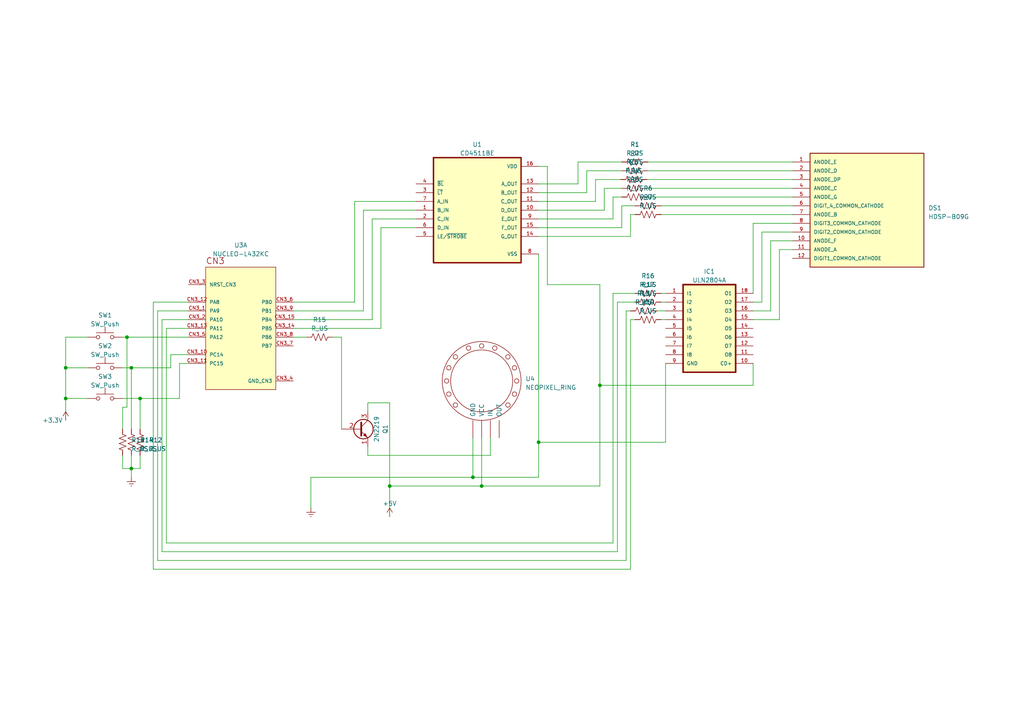
<source format=kicad_sch>
(kicad_sch (version 20230121) (generator eeschema)

  (uuid 0db95f97-3f9e-481c-9469-1576367b10a1)

  (paper "A4")

  (lib_symbols
    (symbol "CD4511BE:CD4511BE" (pin_names (offset 1.016)) (in_bom yes) (on_board yes)
      (property "Reference" "U" (at -12.7 16.24 0)
        (effects (font (size 1.27 1.27)) (justify left bottom))
      )
      (property "Value" "CD4511BE" (at -12.7 -19.24 0)
        (effects (font (size 1.27 1.27)) (justify left bottom))
      )
      (property "Footprint" "DIP794W45P254L1969H508Q16" (at 0 0 0)
        (effects (font (size 1.27 1.27)) (justify bottom) hide)
      )
      (property "Datasheet" "" (at 0 0 0)
        (effects (font (size 1.27 1.27)) hide)
      )
      (property "Manufacturer" "Texas Instruments" (at 0 0 0)
        (effects (font (size 1.27 1.27)) (justify bottom) hide)
      )
      (property "Package" "DIP794W45P254L1969H508Q16" (at 0 0 0)
        (effects (font (size 1.27 1.27)) (justify bottom) hide)
      )
      (symbol "CD4511BE_0_0"
        (rectangle (start -12.7 -15.24) (end 12.7 15.24)
          (stroke (width 0.41) (type default))
          (fill (type background))
        )
        (pin input line (at -17.78 0 0) (length 5.08)
          (name "B_IN" (effects (font (size 1.016 1.016))))
          (number "1" (effects (font (size 1.016 1.016))))
        )
        (pin output line (at 17.78 0 180) (length 5.08)
          (name "D_OUT" (effects (font (size 1.016 1.016))))
          (number "10" (effects (font (size 1.016 1.016))))
        )
        (pin output line (at 17.78 2.54 180) (length 5.08)
          (name "C_OUT" (effects (font (size 1.016 1.016))))
          (number "11" (effects (font (size 1.016 1.016))))
        )
        (pin output line (at 17.78 5.08 180) (length 5.08)
          (name "B_OUT" (effects (font (size 1.016 1.016))))
          (number "12" (effects (font (size 1.016 1.016))))
        )
        (pin output line (at 17.78 7.62 180) (length 5.08)
          (name "A_OUT" (effects (font (size 1.016 1.016))))
          (number "13" (effects (font (size 1.016 1.016))))
        )
        (pin output line (at 17.78 -7.62 180) (length 5.08)
          (name "G_OUT" (effects (font (size 1.016 1.016))))
          (number "14" (effects (font (size 1.016 1.016))))
        )
        (pin output line (at 17.78 -5.08 180) (length 5.08)
          (name "F_OUT" (effects (font (size 1.016 1.016))))
          (number "15" (effects (font (size 1.016 1.016))))
        )
        (pin power_in line (at 17.78 12.7 180) (length 5.08)
          (name "VDD" (effects (font (size 1.016 1.016))))
          (number "16" (effects (font (size 1.016 1.016))))
        )
        (pin input line (at -17.78 -2.54 0) (length 5.08)
          (name "C_IN" (effects (font (size 1.016 1.016))))
          (number "2" (effects (font (size 1.016 1.016))))
        )
        (pin input line (at -17.78 5.08 0) (length 5.08)
          (name "~{LT}" (effects (font (size 1.016 1.016))))
          (number "3" (effects (font (size 1.016 1.016))))
        )
        (pin input line (at -17.78 7.62 0) (length 5.08)
          (name "~{BL}" (effects (font (size 1.016 1.016))))
          (number "4" (effects (font (size 1.016 1.016))))
        )
        (pin input line (at -17.78 -7.62 0) (length 5.08)
          (name "LE/~{STROBE}" (effects (font (size 1.016 1.016))))
          (number "5" (effects (font (size 1.016 1.016))))
        )
        (pin input line (at -17.78 -5.08 0) (length 5.08)
          (name "D_IN" (effects (font (size 1.016 1.016))))
          (number "6" (effects (font (size 1.016 1.016))))
        )
        (pin input line (at -17.78 2.54 0) (length 5.08)
          (name "A_IN" (effects (font (size 1.016 1.016))))
          (number "7" (effects (font (size 1.016 1.016))))
        )
        (pin power_in line (at 17.78 -12.7 180) (length 5.08)
          (name "VSS" (effects (font (size 1.016 1.016))))
          (number "8" (effects (font (size 1.016 1.016))))
        )
        (pin output line (at 17.78 -2.54 180) (length 5.08)
          (name "E_OUT" (effects (font (size 1.016 1.016))))
          (number "9" (effects (font (size 1.016 1.016))))
        )
      )
    )
    (symbol "Device:R_US" (pin_numbers hide) (pin_names (offset 0)) (in_bom yes) (on_board yes)
      (property "Reference" "R" (at 2.54 0 90)
        (effects (font (size 1.27 1.27)))
      )
      (property "Value" "R_US" (at -2.54 0 90)
        (effects (font (size 1.27 1.27)))
      )
      (property "Footprint" "" (at 1.016 -0.254 90)
        (effects (font (size 1.27 1.27)) hide)
      )
      (property "Datasheet" "~" (at 0 0 0)
        (effects (font (size 1.27 1.27)) hide)
      )
      (property "ki_keywords" "R res resistor" (at 0 0 0)
        (effects (font (size 1.27 1.27)) hide)
      )
      (property "ki_description" "Resistor, US symbol" (at 0 0 0)
        (effects (font (size 1.27 1.27)) hide)
      )
      (property "ki_fp_filters" "R_*" (at 0 0 0)
        (effects (font (size 1.27 1.27)) hide)
      )
      (symbol "R_US_0_1"
        (polyline
          (pts
            (xy 0 -2.286)
            (xy 0 -2.54)
          )
          (stroke (width 0) (type default))
          (fill (type none))
        )
        (polyline
          (pts
            (xy 0 2.286)
            (xy 0 2.54)
          )
          (stroke (width 0) (type default))
          (fill (type none))
        )
        (polyline
          (pts
            (xy 0 -0.762)
            (xy 1.016 -1.143)
            (xy 0 -1.524)
            (xy -1.016 -1.905)
            (xy 0 -2.286)
          )
          (stroke (width 0) (type default))
          (fill (type none))
        )
        (polyline
          (pts
            (xy 0 0.762)
            (xy 1.016 0.381)
            (xy 0 0)
            (xy -1.016 -0.381)
            (xy 0 -0.762)
          )
          (stroke (width 0) (type default))
          (fill (type none))
        )
        (polyline
          (pts
            (xy 0 2.286)
            (xy 1.016 1.905)
            (xy 0 1.524)
            (xy -1.016 1.143)
            (xy 0 0.762)
          )
          (stroke (width 0) (type default))
          (fill (type none))
        )
      )
      (symbol "R_US_1_1"
        (pin passive line (at 0 3.81 270) (length 1.27)
          (name "~" (effects (font (size 1.27 1.27))))
          (number "1" (effects (font (size 1.27 1.27))))
        )
        (pin passive line (at 0 -3.81 90) (length 1.27)
          (name "~" (effects (font (size 1.27 1.27))))
          (number "2" (effects (font (size 1.27 1.27))))
        )
      )
    )
    (symbol "HDSP-B09G:HDSP-B09G" (pin_names (offset 1.016)) (in_bom yes) (on_board yes)
      (property "Reference" "DS" (at -15.2527 15.2527 0)
        (effects (font (size 1.27 1.27)) (justify left bottom))
      )
      (property "Value" "HDSP-B09G" (at -15.2566 -20.3422 0)
        (effects (font (size 1.27 1.27)) (justify left bottom))
      )
      (property "Footprint" "AVAGO_HDSP-B09G" (at 0 0 0)
        (effects (font (size 1.27 1.27)) (justify bottom) hide)
      )
      (property "Datasheet" "" (at 0 0 0)
        (effects (font (size 1.27 1.27)) hide)
      )
      (property "MANUFACTURER" "AVAGO TECHNOLOGIES" (at 0 0 0)
        (effects (font (size 1.27 1.27)) (justify bottom) hide)
      )
      (property "STANDARD" "Manufacturer recommendations" (at 0 0 0)
        (effects (font (size 1.27 1.27)) (justify bottom) hide)
      )
      (symbol "HDSP-B09G_0_0"
        (rectangle (start -15.24 -17.78) (end 17.78 15.24)
          (stroke (width 0.254) (type default))
          (fill (type background))
        )
        (pin passive line (at -20.32 12.7 0) (length 5.08)
          (name "ANODE_E" (effects (font (size 1.016 1.016))))
          (number "1" (effects (font (size 1.016 1.016))))
        )
        (pin passive line (at -20.32 -10.16 0) (length 5.08)
          (name "ANODE_F" (effects (font (size 1.016 1.016))))
          (number "10" (effects (font (size 1.016 1.016))))
        )
        (pin passive line (at -20.32 -12.7 0) (length 5.08)
          (name "ANODE_A" (effects (font (size 1.016 1.016))))
          (number "11" (effects (font (size 1.016 1.016))))
        )
        (pin passive line (at -20.32 -15.24 0) (length 5.08)
          (name "DIGIT1_COMMON_CATHODE" (effects (font (size 1.016 1.016))))
          (number "12" (effects (font (size 1.016 1.016))))
        )
        (pin passive line (at -20.32 10.16 0) (length 5.08)
          (name "ANODE_D" (effects (font (size 1.016 1.016))))
          (number "2" (effects (font (size 1.016 1.016))))
        )
        (pin passive line (at -20.32 7.62 0) (length 5.08)
          (name "ANODE_DP" (effects (font (size 1.016 1.016))))
          (number "3" (effects (font (size 1.016 1.016))))
        )
        (pin passive line (at -20.32 5.08 0) (length 5.08)
          (name "ANODE_C" (effects (font (size 1.016 1.016))))
          (number "4" (effects (font (size 1.016 1.016))))
        )
        (pin passive line (at -20.32 2.54 0) (length 5.08)
          (name "ANODE_G" (effects (font (size 1.016 1.016))))
          (number "5" (effects (font (size 1.016 1.016))))
        )
        (pin passive line (at -20.32 0 0) (length 5.08)
          (name "DIGIT_4_COMMON_CATHODE" (effects (font (size 1.016 1.016))))
          (number "6" (effects (font (size 1.016 1.016))))
        )
        (pin passive line (at -20.32 -2.54 0) (length 5.08)
          (name "ANODE_B" (effects (font (size 1.016 1.016))))
          (number "7" (effects (font (size 1.016 1.016))))
        )
        (pin passive line (at -20.32 -5.08 0) (length 5.08)
          (name "DIGIT3_COMMON_CATHODE" (effects (font (size 1.016 1.016))))
          (number "8" (effects (font (size 1.016 1.016))))
        )
        (pin passive line (at -20.32 -7.62 0) (length 5.08)
          (name "DIGIT2_COMMON_CATHODE" (effects (font (size 1.016 1.016))))
          (number "9" (effects (font (size 1.016 1.016))))
        )
      )
    )
    (symbol "NUCLEO-L432KC:NUCLEO-L432KC" (pin_names (offset 1.016)) (in_bom yes) (on_board yes)
      (property "Reference" "U" (at -10.16 21.082 0)
        (effects (font (size 1.27 1.27)) (justify left bottom))
      )
      (property "Value" "NUCLEO-L432KC" (at -10.16 -20.32 0)
        (effects (font (size 1.27 1.27)) (justify left bottom))
      )
      (property "Footprint" "MODULE_NUCLEO-L432KC" (at 0 0 0)
        (effects (font (size 1.27 1.27)) (justify bottom) hide)
      )
      (property "Datasheet" "" (at 0 0 0)
        (effects (font (size 1.27 1.27)) hide)
      )
      (property "STANDARD" "Manufacturer Recommendations" (at 0 0 0)
        (effects (font (size 1.27 1.27)) (justify bottom) hide)
      )
      (property "MANUFACTURER" "ST Microelectronics" (at 0 0 0)
        (effects (font (size 1.27 1.27)) (justify bottom) hide)
      )
      (property "MAXIMUM_PACKAGE_HEIGHT" "N/A" (at 0 0 0)
        (effects (font (size 1.27 1.27)) (justify bottom) hide)
      )
      (property "PARTREV" "N/A" (at 0 0 0)
        (effects (font (size 1.27 1.27)) (justify bottom) hide)
      )
      (symbol "NUCLEO-L432KC_1_0"
        (rectangle (start -10.16 -17.78) (end 10.16 17.78)
          (stroke (width 0.1524) (type default))
          (fill (type background))
        )
        (text "CN3" (at -10.16 18.542 0)
          (effects (font (size 1.778 1.778)) (justify left bottom))
        )
        (pin bidirectional line (at -15.24 5.08 0) (length 5.08)
          (name "PA9" (effects (font (size 1.016 1.016))))
          (number "CN3_1" (effects (font (size 1.016 1.016))))
        )
        (pin bidirectional line (at -15.24 -7.62 0) (length 5.08)
          (name "PC14" (effects (font (size 1.016 1.016))))
          (number "CN3_10" (effects (font (size 1.016 1.016))))
        )
        (pin bidirectional line (at -15.24 -10.16 0) (length 5.08)
          (name "PC15" (effects (font (size 1.016 1.016))))
          (number "CN3_11" (effects (font (size 1.016 1.016))))
        )
        (pin bidirectional line (at -15.24 7.62 0) (length 5.08)
          (name "PA8" (effects (font (size 1.016 1.016))))
          (number "CN3_12" (effects (font (size 1.016 1.016))))
        )
        (pin bidirectional line (at -15.24 0 0) (length 5.08)
          (name "PA11" (effects (font (size 1.016 1.016))))
          (number "CN3_13" (effects (font (size 1.016 1.016))))
        )
        (pin bidirectional line (at 15.24 0 180) (length 5.08)
          (name "PB5" (effects (font (size 1.016 1.016))))
          (number "CN3_14" (effects (font (size 1.016 1.016))))
        )
        (pin bidirectional line (at 15.24 2.54 180) (length 5.08)
          (name "PB4" (effects (font (size 1.016 1.016))))
          (number "CN3_15" (effects (font (size 1.016 1.016))))
        )
        (pin bidirectional line (at -15.24 2.54 0) (length 5.08)
          (name "PA10" (effects (font (size 1.016 1.016))))
          (number "CN3_2" (effects (font (size 1.016 1.016))))
        )
        (pin bidirectional line (at -15.24 12.7 0) (length 5.08)
          (name "NRST_CN3" (effects (font (size 1.016 1.016))))
          (number "CN3_3" (effects (font (size 1.016 1.016))))
        )
        (pin power_in line (at 15.24 -15.24 180) (length 5.08)
          (name "GND_CN3" (effects (font (size 1.016 1.016))))
          (number "CN3_4" (effects (font (size 1.016 1.016))))
        )
        (pin bidirectional line (at -15.24 -2.54 0) (length 5.08)
          (name "PA12" (effects (font (size 1.016 1.016))))
          (number "CN3_5" (effects (font (size 1.016 1.016))))
        )
        (pin bidirectional line (at 15.24 7.62 180) (length 5.08)
          (name "PB0" (effects (font (size 1.016 1.016))))
          (number "CN3_6" (effects (font (size 1.016 1.016))))
        )
        (pin bidirectional line (at 15.24 -5.08 180) (length 5.08)
          (name "PB7" (effects (font (size 1.016 1.016))))
          (number "CN3_7" (effects (font (size 1.016 1.016))))
        )
        (pin bidirectional line (at 15.24 -2.54 180) (length 5.08)
          (name "PB6" (effects (font (size 1.016 1.016))))
          (number "CN3_8" (effects (font (size 1.016 1.016))))
        )
        (pin bidirectional line (at 15.24 5.08 180) (length 5.08)
          (name "PB1" (effects (font (size 1.016 1.016))))
          (number "CN3_9" (effects (font (size 1.016 1.016))))
        )
      )
      (symbol "NUCLEO-L432KC_2_0"
        (rectangle (start -10.16 -17.78) (end 10.16 17.78)
          (stroke (width 0.1524) (type default))
          (fill (type background))
        )
        (text "CN4" (at -10.16 18.542 0)
          (effects (font (size 1.778 1.778)) (justify left bottom))
        )
        (pin input line (at -15.24 7.62 0) (length 5.08)
          (name "VIN" (effects (font (size 1.016 1.016))))
          (number "CN4_1" (effects (font (size 1.016 1.016))))
        )
        (pin bidirectional line (at -15.24 -10.16 0) (length 5.08)
          (name "PA3" (effects (font (size 1.016 1.016))))
          (number "CN4_10" (effects (font (size 1.016 1.016))))
        )
        (pin bidirectional line (at -15.24 -5.08 0) (length 5.08)
          (name "PA1" (effects (font (size 1.016 1.016))))
          (number "CN4_11" (effects (font (size 1.016 1.016))))
        )
        (pin bidirectional line (at -15.24 -2.54 0) (length 5.08)
          (name "PA0" (effects (font (size 1.016 1.016))))
          (number "CN4_12" (effects (font (size 1.016 1.016))))
        )
        (pin bidirectional line (at 15.24 7.62 180) (length 5.08)
          (name "AREF" (effects (font (size 1.016 1.016))))
          (number "CN4_13" (effects (font (size 1.016 1.016))))
        )
        (pin power_in line (at 15.24 12.7 180) (length 5.08)
          (name "+3V3" (effects (font (size 1.016 1.016))))
          (number "CN4_14" (effects (font (size 1.016 1.016))))
        )
        (pin bidirectional line (at 15.24 2.54 180) (length 5.08)
          (name "PB3" (effects (font (size 1.016 1.016))))
          (number "CN4_15" (effects (font (size 1.016 1.016))))
        )
        (pin power_in line (at 15.24 -15.24 180) (length 5.08)
          (name "GND_CN4" (effects (font (size 1.016 1.016))))
          (number "CN4_2" (effects (font (size 1.016 1.016))))
        )
        (pin bidirectional line (at -15.24 2.54 0) (length 5.08)
          (name "NRST_CN4" (effects (font (size 1.016 1.016))))
          (number "CN4_3" (effects (font (size 1.016 1.016))))
        )
        (pin power_in line (at 15.24 15.24 180) (length 5.08)
          (name "+5V" (effects (font (size 1.016 1.016))))
          (number "CN4_4" (effects (font (size 1.016 1.016))))
        )
        (pin bidirectional line (at -15.24 -7.62 0) (length 5.08)
          (name "PA2" (effects (font (size 1.016 1.016))))
          (number "CN4_5" (effects (font (size 1.016 1.016))))
        )
        (pin bidirectional line (at 15.24 -10.16 180) (length 5.08)
          (name "PA7" (effects (font (size 1.016 1.016))))
          (number "CN4_6" (effects (font (size 1.016 1.016))))
        )
        (pin bidirectional line (at 15.24 -7.62 180) (length 5.08)
          (name "PA6" (effects (font (size 1.016 1.016))))
          (number "CN4_7" (effects (font (size 1.016 1.016))))
        )
        (pin bidirectional line (at 15.24 -5.08 180) (length 5.08)
          (name "PA5" (effects (font (size 1.016 1.016))))
          (number "CN4_8" (effects (font (size 1.016 1.016))))
        )
        (pin bidirectional line (at 15.24 -2.54 180) (length 5.08)
          (name "PA4" (effects (font (size 1.016 1.016))))
          (number "CN4_9" (effects (font (size 1.016 1.016))))
        )
      )
    )
    (symbol "Switch:SW_Push" (pin_numbers hide) (pin_names (offset 1.016) hide) (in_bom yes) (on_board yes)
      (property "Reference" "SW" (at 1.27 2.54 0)
        (effects (font (size 1.27 1.27)) (justify left))
      )
      (property "Value" "SW_Push" (at 0 -1.524 0)
        (effects (font (size 1.27 1.27)))
      )
      (property "Footprint" "" (at 0 5.08 0)
        (effects (font (size 1.27 1.27)) hide)
      )
      (property "Datasheet" "~" (at 0 5.08 0)
        (effects (font (size 1.27 1.27)) hide)
      )
      (property "ki_keywords" "switch normally-open pushbutton push-button" (at 0 0 0)
        (effects (font (size 1.27 1.27)) hide)
      )
      (property "ki_description" "Push button switch, generic, two pins" (at 0 0 0)
        (effects (font (size 1.27 1.27)) hide)
      )
      (symbol "SW_Push_0_1"
        (circle (center -2.032 0) (radius 0.508)
          (stroke (width 0) (type default))
          (fill (type none))
        )
        (polyline
          (pts
            (xy 0 1.27)
            (xy 0 3.048)
          )
          (stroke (width 0) (type default))
          (fill (type none))
        )
        (polyline
          (pts
            (xy 2.54 1.27)
            (xy -2.54 1.27)
          )
          (stroke (width 0) (type default))
          (fill (type none))
        )
        (circle (center 2.032 0) (radius 0.508)
          (stroke (width 0) (type default))
          (fill (type none))
        )
        (pin passive line (at -5.08 0 0) (length 2.54)
          (name "1" (effects (font (size 1.27 1.27))))
          (number "1" (effects (font (size 1.27 1.27))))
        )
        (pin passive line (at 5.08 0 180) (length 2.54)
          (name "2" (effects (font (size 1.27 1.27))))
          (number "2" (effects (font (size 1.27 1.27))))
        )
      )
    )
    (symbol "Transistor_BJT:2N2219" (pin_names (offset 0) hide) (in_bom yes) (on_board yes)
      (property "Reference" "Q" (at 5.08 1.905 0)
        (effects (font (size 1.27 1.27)) (justify left))
      )
      (property "Value" "2N2219" (at 5.08 0 0)
        (effects (font (size 1.27 1.27)) (justify left))
      )
      (property "Footprint" "Package_TO_SOT_THT:TO-39-3" (at 5.08 -1.905 0)
        (effects (font (size 1.27 1.27) italic) (justify left) hide)
      )
      (property "Datasheet" "http://www.onsemi.com/pub_link/Collateral/2N2219-D.PDF" (at 0 0 0)
        (effects (font (size 1.27 1.27)) (justify left) hide)
      )
      (property "ki_keywords" "NPN Transistor" (at 0 0 0)
        (effects (font (size 1.27 1.27)) hide)
      )
      (property "ki_description" "800mA Ic, 50V Vce, NPN Transistor, TO-39" (at 0 0 0)
        (effects (font (size 1.27 1.27)) hide)
      )
      (property "ki_fp_filters" "TO?39*" (at 0 0 0)
        (effects (font (size 1.27 1.27)) hide)
      )
      (symbol "2N2219_0_1"
        (polyline
          (pts
            (xy 0.635 0.635)
            (xy 2.54 2.54)
          )
          (stroke (width 0) (type default))
          (fill (type none))
        )
        (polyline
          (pts
            (xy 0.635 -0.635)
            (xy 2.54 -2.54)
            (xy 2.54 -2.54)
          )
          (stroke (width 0) (type default))
          (fill (type none))
        )
        (polyline
          (pts
            (xy 0.635 1.905)
            (xy 0.635 -1.905)
            (xy 0.635 -1.905)
          )
          (stroke (width 0.508) (type default))
          (fill (type none))
        )
        (polyline
          (pts
            (xy 1.27 -1.778)
            (xy 1.778 -1.27)
            (xy 2.286 -2.286)
            (xy 1.27 -1.778)
            (xy 1.27 -1.778)
          )
          (stroke (width 0) (type default))
          (fill (type outline))
        )
        (circle (center 1.27 0) (radius 2.8194)
          (stroke (width 0.254) (type default))
          (fill (type none))
        )
      )
      (symbol "2N2219_1_1"
        (pin passive line (at 2.54 -5.08 90) (length 2.54)
          (name "E" (effects (font (size 1.27 1.27))))
          (number "1" (effects (font (size 1.27 1.27))))
        )
        (pin passive line (at -5.08 0 0) (length 5.715)
          (name "B" (effects (font (size 1.27 1.27))))
          (number "2" (effects (font (size 1.27 1.27))))
        )
        (pin passive line (at 2.54 5.08 270) (length 2.54)
          (name "C" (effects (font (size 1.27 1.27))))
          (number "3" (effects (font (size 1.27 1.27))))
        )
      )
    )
    (symbol "ULN2804A:ULN2804A" (pin_names (offset 1.016)) (in_bom yes) (on_board yes)
      (property "Reference" "IC" (at -7.6239 13.4689 0)
        (effects (font (size 1.27 1.27)) (justify left bottom))
      )
      (property "Value" "ULN2804A" (at -7.6351 -15.2702 0)
        (effects (font (size 1.27 1.27)) (justify left bottom))
      )
      (property "Footprint" "" (at 0 0 0)
        (effects (font (size 1.27 1.27)) hide)
      )
      (property "Datasheet" "" (at 0 0 0)
        (effects (font (size 1.27 1.27)) hide)
      )
      (symbol "ULN2804A_0_0"
        (rectangle (start -7.62 -12.7) (end 7.62 12.7)
          (stroke (width 0.4064) (type default))
          (fill (type background))
        )
        (polyline
          (pts
            (xy -7.62 12.7)
            (xy -7.62 -12.7)
          )
          (stroke (width 0.4064) (type default))
          (fill (type none))
        )
        (polyline
          (pts
            (xy -7.62 12.7)
            (xy 7.62 12.7)
          )
          (stroke (width 0.4064) (type default))
          (fill (type none))
        )
        (polyline
          (pts
            (xy 7.62 -12.7)
            (xy -7.62 -12.7)
          )
          (stroke (width 0.4064) (type default))
          (fill (type none))
        )
        (polyline
          (pts
            (xy 7.62 -12.7)
            (xy 7.62 12.7)
          )
          (stroke (width 0.4064) (type default))
          (fill (type none))
        )
        (pin input line (at -12.7 10.16 0) (length 5.08)
          (name "I1" (effects (font (size 1.016 1.016))))
          (number "1" (effects (font (size 1.016 1.016))))
        )
        (pin passive line (at 12.7 -10.16 180) (length 5.08)
          (name "CD+" (effects (font (size 1.016 1.016))))
          (number "10" (effects (font (size 1.016 1.016))))
        )
        (pin open_collector line (at 12.7 -7.62 180) (length 5.08)
          (name "O8" (effects (font (size 1.016 1.016))))
          (number "11" (effects (font (size 1.016 1.016))))
        )
        (pin open_collector line (at 12.7 -5.08 180) (length 5.08)
          (name "O7" (effects (font (size 1.016 1.016))))
          (number "12" (effects (font (size 1.016 1.016))))
        )
        (pin open_collector line (at 12.7 -2.54 180) (length 5.08)
          (name "O6" (effects (font (size 1.016 1.016))))
          (number "13" (effects (font (size 1.016 1.016))))
        )
        (pin open_collector line (at 12.7 0 180) (length 5.08)
          (name "O5" (effects (font (size 1.016 1.016))))
          (number "14" (effects (font (size 1.016 1.016))))
        )
        (pin open_collector line (at 12.7 2.54 180) (length 5.08)
          (name "O4" (effects (font (size 1.016 1.016))))
          (number "15" (effects (font (size 1.016 1.016))))
        )
        (pin open_collector line (at 12.7 5.08 180) (length 5.08)
          (name "O3" (effects (font (size 1.016 1.016))))
          (number "16" (effects (font (size 1.016 1.016))))
        )
        (pin open_collector line (at 12.7 7.62 180) (length 5.08)
          (name "O2" (effects (font (size 1.016 1.016))))
          (number "17" (effects (font (size 1.016 1.016))))
        )
        (pin open_collector line (at 12.7 10.16 180) (length 5.08)
          (name "O1" (effects (font (size 1.016 1.016))))
          (number "18" (effects (font (size 1.016 1.016))))
        )
        (pin input line (at -12.7 7.62 0) (length 5.08)
          (name "I2" (effects (font (size 1.016 1.016))))
          (number "2" (effects (font (size 1.016 1.016))))
        )
        (pin input line (at -12.7 5.08 0) (length 5.08)
          (name "I3" (effects (font (size 1.016 1.016))))
          (number "3" (effects (font (size 1.016 1.016))))
        )
        (pin input line (at -12.7 2.54 0) (length 5.08)
          (name "I4" (effects (font (size 1.016 1.016))))
          (number "4" (effects (font (size 1.016 1.016))))
        )
        (pin input line (at -12.7 0 0) (length 5.08)
          (name "I5" (effects (font (size 1.016 1.016))))
          (number "5" (effects (font (size 1.016 1.016))))
        )
        (pin input line (at -12.7 -2.54 0) (length 5.08)
          (name "I6" (effects (font (size 1.016 1.016))))
          (number "6" (effects (font (size 1.016 1.016))))
        )
        (pin input line (at -12.7 -5.08 0) (length 5.08)
          (name "I7" (effects (font (size 1.016 1.016))))
          (number "7" (effects (font (size 1.016 1.016))))
        )
        (pin input line (at -12.7 -7.62 0) (length 5.08)
          (name "I8" (effects (font (size 1.016 1.016))))
          (number "8" (effects (font (size 1.016 1.016))))
        )
        (pin power_in line (at -12.7 -10.16 0) (length 5.08)
          (name "GND" (effects (font (size 1.016 1.016))))
          (number "9" (effects (font (size 1.016 1.016))))
        )
      )
    )
    (symbol "power:+3.3V" (power) (pin_names (offset 0)) (in_bom yes) (on_board yes)
      (property "Reference" "#PWR" (at 0 -3.81 0)
        (effects (font (size 1.27 1.27)) hide)
      )
      (property "Value" "+3.3V" (at 0 3.556 0)
        (effects (font (size 1.27 1.27)))
      )
      (property "Footprint" "" (at 0 0 0)
        (effects (font (size 1.27 1.27)) hide)
      )
      (property "Datasheet" "" (at 0 0 0)
        (effects (font (size 1.27 1.27)) hide)
      )
      (property "ki_keywords" "global power" (at 0 0 0)
        (effects (font (size 1.27 1.27)) hide)
      )
      (property "ki_description" "Power symbol creates a global label with name \"+3.3V\"" (at 0 0 0)
        (effects (font (size 1.27 1.27)) hide)
      )
      (symbol "+3.3V_0_1"
        (polyline
          (pts
            (xy -0.762 1.27)
            (xy 0 2.54)
          )
          (stroke (width 0) (type default))
          (fill (type none))
        )
        (polyline
          (pts
            (xy 0 0)
            (xy 0 2.54)
          )
          (stroke (width 0) (type default))
          (fill (type none))
        )
        (polyline
          (pts
            (xy 0 2.54)
            (xy 0.762 1.27)
          )
          (stroke (width 0) (type default))
          (fill (type none))
        )
      )
      (symbol "+3.3V_1_1"
        (pin power_in line (at 0 0 90) (length 0) hide
          (name "+3.3V" (effects (font (size 1.27 1.27))))
          (number "1" (effects (font (size 1.27 1.27))))
        )
      )
    )
    (symbol "power:+5V" (power) (pin_names (offset 0)) (in_bom yes) (on_board yes)
      (property "Reference" "#PWR" (at 0 -3.81 0)
        (effects (font (size 1.27 1.27)) hide)
      )
      (property "Value" "+5V" (at 0 3.556 0)
        (effects (font (size 1.27 1.27)))
      )
      (property "Footprint" "" (at 0 0 0)
        (effects (font (size 1.27 1.27)) hide)
      )
      (property "Datasheet" "" (at 0 0 0)
        (effects (font (size 1.27 1.27)) hide)
      )
      (property "ki_keywords" "global power" (at 0 0 0)
        (effects (font (size 1.27 1.27)) hide)
      )
      (property "ki_description" "Power symbol creates a global label with name \"+5V\"" (at 0 0 0)
        (effects (font (size 1.27 1.27)) hide)
      )
      (symbol "+5V_0_1"
        (polyline
          (pts
            (xy -0.762 1.27)
            (xy 0 2.54)
          )
          (stroke (width 0) (type default))
          (fill (type none))
        )
        (polyline
          (pts
            (xy 0 0)
            (xy 0 2.54)
          )
          (stroke (width 0) (type default))
          (fill (type none))
        )
        (polyline
          (pts
            (xy 0 2.54)
            (xy 0.762 1.27)
          )
          (stroke (width 0) (type default))
          (fill (type none))
        )
      )
      (symbol "+5V_1_1"
        (pin power_in line (at 0 0 90) (length 0) hide
          (name "+5V" (effects (font (size 1.27 1.27))))
          (number "1" (effects (font (size 1.27 1.27))))
        )
      )
    )
    (symbol "power:Earth" (power) (pin_names (offset 0)) (in_bom yes) (on_board yes)
      (property "Reference" "#PWR" (at 0 -6.35 0)
        (effects (font (size 1.27 1.27)) hide)
      )
      (property "Value" "Earth" (at 0 -3.81 0)
        (effects (font (size 1.27 1.27)) hide)
      )
      (property "Footprint" "" (at 0 0 0)
        (effects (font (size 1.27 1.27)) hide)
      )
      (property "Datasheet" "~" (at 0 0 0)
        (effects (font (size 1.27 1.27)) hide)
      )
      (property "ki_keywords" "global ground gnd" (at 0 0 0)
        (effects (font (size 1.27 1.27)) hide)
      )
      (property "ki_description" "Power symbol creates a global label with name \"Earth\"" (at 0 0 0)
        (effects (font (size 1.27 1.27)) hide)
      )
      (symbol "Earth_0_1"
        (polyline
          (pts
            (xy -0.635 -1.905)
            (xy 0.635 -1.905)
          )
          (stroke (width 0) (type default))
          (fill (type none))
        )
        (polyline
          (pts
            (xy -0.127 -2.54)
            (xy 0.127 -2.54)
          )
          (stroke (width 0) (type default))
          (fill (type none))
        )
        (polyline
          (pts
            (xy 0 -1.27)
            (xy 0 0)
          )
          (stroke (width 0) (type default))
          (fill (type none))
        )
        (polyline
          (pts
            (xy 1.27 -1.27)
            (xy -1.27 -1.27)
          )
          (stroke (width 0) (type default))
          (fill (type none))
        )
      )
      (symbol "Earth_1_1"
        (pin power_in line (at 0 0 270) (length 0) hide
          (name "Earth" (effects (font (size 1.27 1.27))))
          (number "1" (effects (font (size 1.27 1.27))))
        )
      )
    )
    (symbol "rur:NEOPIXEL_RING" (pin_names (offset 1.016)) (in_bom yes) (on_board yes)
      (property "Reference" "U" (at 0 0 0)
        (effects (font (size 1.27 1.27)))
      )
      (property "Value" "NEOPIXEL_RING" (at 0 2.54 0)
        (effects (font (size 1.27 1.27)))
      )
      (property "Footprint" "" (at 0 0 0)
        (effects (font (size 1.27 1.27)) hide)
      )
      (property "Datasheet" "" (at 0 0 0)
        (effects (font (size 1.27 1.27)) hide)
      )
      (symbol "NEOPIXEL_RING_0_1"
        (circle (center -10.16 0) (radius 0.635)
          (stroke (width 0) (type solid))
          (fill (type none))
        )
        (circle (center -9.525 -3.81) (radius 0.635)
          (stroke (width 0) (type solid))
          (fill (type none))
        )
        (circle (center -9.525 3.81) (radius 0.635)
          (stroke (width 0) (type solid))
          (fill (type none))
        )
        (circle (center -7.62 -6.985) (radius 0.635)
          (stroke (width 0) (type solid))
          (fill (type none))
        )
        (circle (center -7.62 6.985) (radius 0.635)
          (stroke (width 0) (type solid))
          (fill (type none))
        )
        (circle (center -3.81 9.525) (radius 0.635)
          (stroke (width 0) (type solid))
          (fill (type none))
        )
        (circle (center 0 0) (radius 8.9916)
          (stroke (width 0) (type solid))
          (fill (type none))
        )
        (circle (center 0 0) (radius 11.43)
          (stroke (width 0) (type solid))
          (fill (type none))
        )
        (circle (center 0 10.16) (radius 0.635)
          (stroke (width 0) (type solid))
          (fill (type none))
        )
        (circle (center 3.81 9.525) (radius 0.635)
          (stroke (width 0) (type solid))
          (fill (type none))
        )
        (circle (center 7.62 -6.985) (radius 0.635)
          (stroke (width 0) (type solid))
          (fill (type none))
        )
        (circle (center 7.62 6.985) (radius 0.635)
          (stroke (width 0) (type solid))
          (fill (type none))
        )
        (circle (center 9.525 -3.81) (radius 0.635)
          (stroke (width 0) (type solid))
          (fill (type none))
        )
        (circle (center 9.525 3.81) (radius 0.635)
          (stroke (width 0) (type solid))
          (fill (type none))
        )
        (circle (center 10.16 0) (radius 0.635)
          (stroke (width 0) (type solid))
          (fill (type none))
        )
      )
      (symbol "NEOPIXEL_RING_1_1"
        (pin input line (at -2.54 -16.51 90) (length 5.08)
          (name "GND" (effects (font (size 1.27 1.27))))
          (number "~" (effects (font (size 1.27 1.27))))
        )
        (pin input line (at 2.54 -16.51 90) (length 5.08)
          (name "IN" (effects (font (size 1.27 1.27))))
          (number "~" (effects (font (size 1.27 1.27))))
        )
        (pin output line (at 5.08 -16.51 90) (length 5.08)
          (name "OUT" (effects (font (size 1.27 1.27))))
          (number "~" (effects (font (size 1.27 1.27))))
        )
        (pin input line (at 0 -16.51 90) (length 5.08)
          (name "VCC" (effects (font (size 1.27 1.27))))
          (number "~" (effects (font (size 1.27 1.27))))
        )
      )
    )
  )

  (junction (at 156.21 128.27) (diameter 0) (color 0 0 0 0)
    (uuid 1ad13491-6e0d-4292-9124-50e11b8479dd)
  )
  (junction (at 38.1 106.68) (diameter 0) (color 0 0 0 0)
    (uuid 7ff63702-1df4-4dae-ba12-34e46977ec63)
  )
  (junction (at 38.1 135.89) (diameter 0) (color 0 0 0 0)
    (uuid 98831926-a419-4e76-9a01-1f46e62a303e)
  )
  (junction (at 139.7 140.97) (diameter 0) (color 0 0 0 0)
    (uuid 9e913731-e328-4343-b4a9-3b6d613d8846)
  )
  (junction (at 19.05 115.57) (diameter 0) (color 0 0 0 0)
    (uuid a06ff105-6097-4e08-9e21-b2751113fa0a)
  )
  (junction (at 36.83 97.79) (diameter 0) (color 0 0 0 0)
    (uuid ae283b09-0758-4745-951c-dc4d94ac97b7)
  )
  (junction (at 173.99 111.76) (diameter 0) (color 0 0 0 0)
    (uuid b1a7087f-392a-4108-9a8e-fca12d380338)
  )
  (junction (at 113.03 140.97) (diameter 0) (color 0 0 0 0)
    (uuid bc5180d4-56e1-4add-a22a-ccdfbf87117d)
  )
  (junction (at 19.05 106.68) (diameter 0) (color 0 0 0 0)
    (uuid d91ad150-675e-4322-a552-78b4c83bfbcb)
  )
  (junction (at 40.64 115.57) (diameter 0) (color 0 0 0 0)
    (uuid e556b502-838b-4901-8e37-5ff72765e004)
  )
  (junction (at 137.16 138.43) (diameter 0) (color 0 0 0 0)
    (uuid eb860dee-c0d7-48ad-93bd-5441dd21ff04)
  )

  (wire (pts (xy 156.21 63.5) (xy 177.8 63.5))
    (stroke (width 0) (type default))
    (uuid 00ea4f45-393c-4e15-a4d9-57a6dd8bd297)
  )
  (wire (pts (xy 45.72 90.17) (xy 45.72 162.56))
    (stroke (width 0) (type default))
    (uuid 05a84bfa-3220-4a5c-8223-465eeb643121)
  )
  (wire (pts (xy 156.21 66.04) (xy 180.34 66.04))
    (stroke (width 0) (type default))
    (uuid 0a7136f9-9d6e-442f-b9c9-258ffb2a239e)
  )
  (wire (pts (xy 170.18 55.88) (xy 170.18 49.53))
    (stroke (width 0) (type default))
    (uuid 0c471501-6906-44b8-8a7b-1fab31444a11)
  )
  (wire (pts (xy 88.9 97.79) (xy 85.09 97.79))
    (stroke (width 0) (type default))
    (uuid 0de2c569-e24a-410c-b2ce-9585ab757179)
  )
  (wire (pts (xy 172.72 52.07) (xy 180.015 52.07))
    (stroke (width 0) (type default))
    (uuid 0f57fffc-f736-4a8a-9879-a2627e4f5132)
  )
  (wire (pts (xy 44.45 87.63) (xy 44.45 165.1))
    (stroke (width 0) (type default))
    (uuid 10ade083-7b04-445f-8586-5d1cb5545afb)
  )
  (wire (pts (xy 218.44 90.17) (xy 223.52 90.17))
    (stroke (width 0) (type default))
    (uuid 14ccc996-3579-4412-845e-6346a1637c3f)
  )
  (wire (pts (xy 38.1 106.68) (xy 49.53 106.68))
    (stroke (width 0) (type default))
    (uuid 15305f5c-e8cd-4b1c-ae47-79fb67607d81)
  )
  (wire (pts (xy 158.75 82.55) (xy 158.75 48.26))
    (stroke (width 0) (type default))
    (uuid 16391155-94de-4d14-9a70-9889433ddd7f)
  )
  (wire (pts (xy 38.1 135.89) (xy 38.1 132.08))
    (stroke (width 0) (type default))
    (uuid 166796fa-f0b2-4adb-a028-8de6c2a889d2)
  )
  (wire (pts (xy 35.56 132.08) (xy 35.56 135.89))
    (stroke (width 0) (type default))
    (uuid 16cb7311-c01e-4372-a786-7173994bc7da)
  )
  (wire (pts (xy 182.88 68.58) (xy 182.88 62.23))
    (stroke (width 0) (type default))
    (uuid 16e16a4e-1fdc-408d-b567-eefd039628e3)
  )
  (wire (pts (xy 45.72 162.56) (xy 181.61 162.56))
    (stroke (width 0) (type default))
    (uuid 1750633a-3967-472a-abfa-5e304df78a91)
  )
  (wire (pts (xy 191.77 62.23) (xy 229.87 62.23))
    (stroke (width 0) (type default))
    (uuid 17bb4f8f-98ff-48ba-a5b3-d2d490dee966)
  )
  (wire (pts (xy 182.88 165.1) (xy 182.88 92.71))
    (stroke (width 0) (type default))
    (uuid 19abf0b4-be2e-4d55-b01d-faa9ed819f6b)
  )
  (wire (pts (xy 223.52 69.85) (xy 229.87 69.85))
    (stroke (width 0) (type default))
    (uuid 1be5df61-22c2-466a-b96d-7eecfa6c6231)
  )
  (wire (pts (xy 107.95 63.5) (xy 120.65 63.5))
    (stroke (width 0) (type default))
    (uuid 2177efb5-3a58-4c96-8d12-ed5a61e75e3d)
  )
  (wire (pts (xy 218.44 92.71) (xy 226.06 92.71))
    (stroke (width 0) (type default))
    (uuid 21f8e1ca-10b6-4640-bc7b-439163b6b2d6)
  )
  (wire (pts (xy 137.16 127) (xy 137.16 138.43))
    (stroke (width 0) (type default))
    (uuid 22967270-1724-4369-b16c-8beae38ac3e8)
  )
  (wire (pts (xy 46.99 92.71) (xy 46.99 160.02))
    (stroke (width 0) (type default))
    (uuid 232b13a2-9c3c-4221-81ac-2fcf3db2f99e)
  )
  (wire (pts (xy 139.7 140.97) (xy 173.99 140.97))
    (stroke (width 0) (type default))
    (uuid 246ded39-66ea-4484-91cb-e6802995f2ef)
  )
  (wire (pts (xy 35.56 135.89) (xy 38.1 135.89))
    (stroke (width 0) (type default))
    (uuid 253d357a-c5a3-40fb-98b8-3138ce3f94f0)
  )
  (wire (pts (xy 172.72 58.42) (xy 172.72 52.07))
    (stroke (width 0) (type default))
    (uuid 272fd612-d680-4d8c-b42b-d8da10e98613)
  )
  (wire (pts (xy 48.26 95.25) (xy 54.61 95.25))
    (stroke (width 0) (type default))
    (uuid 27a6e489-1506-4737-941e-e653aeba4630)
  )
  (wire (pts (xy 182.88 92.71) (xy 184.15 92.71))
    (stroke (width 0) (type default))
    (uuid 2c42ffda-eaca-42e5-85a0-be036cfbb1a4)
  )
  (wire (pts (xy 54.61 92.71) (xy 46.99 92.71))
    (stroke (width 0) (type default))
    (uuid 2fba78cb-eb11-4473-8cf3-322999e283ab)
  )
  (wire (pts (xy 25.4 115.57) (xy 19.05 115.57))
    (stroke (width 0) (type default))
    (uuid 33281449-cc4b-4777-acd0-ed8802fc41d7)
  )
  (wire (pts (xy 54.61 90.17) (xy 45.72 90.17))
    (stroke (width 0) (type default))
    (uuid 3566407c-23d3-4a6f-9dde-d23acaad613a)
  )
  (wire (pts (xy 105.41 60.96) (xy 120.65 60.96))
    (stroke (width 0) (type default))
    (uuid 3648d213-bd7e-456f-be48-d2394f71f253)
  )
  (wire (pts (xy 54.61 87.63) (xy 44.45 87.63))
    (stroke (width 0) (type default))
    (uuid 38c20a08-bcb0-43e9-b28c-b28b11dd7177)
  )
  (wire (pts (xy 167.64 53.34) (xy 167.64 46.99))
    (stroke (width 0) (type default))
    (uuid 38d53670-d991-478b-b63e-52d9a3e9b036)
  )
  (wire (pts (xy 40.64 115.57) (xy 35.56 115.57))
    (stroke (width 0) (type default))
    (uuid 3cfc93b1-7438-458e-b0fb-a307960986c6)
  )
  (wire (pts (xy 99.06 97.79) (xy 96.52 97.79))
    (stroke (width 0) (type default))
    (uuid 40fe9820-a88e-4df5-bf93-47344be4e3ce)
  )
  (wire (pts (xy 156.21 53.34) (xy 167.64 53.34))
    (stroke (width 0) (type default))
    (uuid 42f7e9b3-9cc9-4ddb-9524-b7271f041f2f)
  )
  (wire (pts (xy 25.4 97.79) (xy 19.05 97.79))
    (stroke (width 0) (type default))
    (uuid 47a72a78-6352-4e84-a913-5a4e9ccbd41e)
  )
  (wire (pts (xy 107.95 92.71) (xy 107.95 63.5))
    (stroke (width 0) (type default))
    (uuid 4a543045-9315-4464-a748-4f9d4b270198)
  )
  (wire (pts (xy 156.21 60.96) (xy 175.26 60.96))
    (stroke (width 0) (type default))
    (uuid 4ae3c3cc-2a04-4168-820d-3e9d39c7370d)
  )
  (wire (pts (xy 182.88 62.23) (xy 184.15 62.23))
    (stroke (width 0) (type default))
    (uuid 4b6c1d59-b4c5-4144-9871-4528987d789c)
  )
  (wire (pts (xy 218.44 105.41) (xy 218.44 111.76))
    (stroke (width 0) (type default))
    (uuid 4dbafeb0-8ec6-4e3a-9d80-4a9a501467de)
  )
  (wire (pts (xy 19.05 97.79) (xy 19.05 106.68))
    (stroke (width 0) (type default))
    (uuid 4dd9588d-b0ad-42a3-937d-c32166a4a44f)
  )
  (wire (pts (xy 181.61 90.17) (xy 182.88 90.17))
    (stroke (width 0) (type default))
    (uuid 52693e60-0113-42aa-9da3-9b151424f54c)
  )
  (wire (pts (xy 156.21 68.58) (xy 182.88 68.58))
    (stroke (width 0) (type default))
    (uuid 52daca8a-a46d-434d-ac8e-10649f25d615)
  )
  (wire (pts (xy 173.99 82.55) (xy 158.75 82.55))
    (stroke (width 0) (type default))
    (uuid 55cb0bd6-830d-4a16-8d14-45ae5f6fc5a7)
  )
  (wire (pts (xy 175.26 60.96) (xy 175.26 54.61))
    (stroke (width 0) (type default))
    (uuid 5695ee03-d96e-4508-b352-174db78a465f)
  )
  (wire (pts (xy 156.21 58.42) (xy 172.72 58.42))
    (stroke (width 0) (type default))
    (uuid 574a7c34-1ecb-4fd4-9482-e2ee6d4542b9)
  )
  (wire (pts (xy 38.1 106.68) (xy 38.1 124.46))
    (stroke (width 0) (type default))
    (uuid 5d622fe8-fd81-4fe4-9661-22264f9b9089)
  )
  (wire (pts (xy 90.17 138.43) (xy 90.17 147.32))
    (stroke (width 0) (type default))
    (uuid 5d950bc1-05a2-42fb-8589-a039b270454c)
  )
  (wire (pts (xy 113.03 140.97) (xy 139.7 140.97))
    (stroke (width 0) (type default))
    (uuid 5f4caba4-c347-4eb6-92c9-410fedcacad5)
  )
  (wire (pts (xy 179.07 87.63) (xy 184.15 87.63))
    (stroke (width 0) (type default))
    (uuid 60a4b01a-3f59-43a6-b2fe-026b2a48714e)
  )
  (wire (pts (xy 179.07 160.02) (xy 179.07 87.63))
    (stroke (width 0) (type default))
    (uuid 64a56342-8b07-44f0-bb32-7ceb22f8d2ac)
  )
  (wire (pts (xy 218.44 87.63) (xy 220.98 87.63))
    (stroke (width 0) (type default))
    (uuid 66796644-3f8e-477d-912e-9f6ad890dd7d)
  )
  (wire (pts (xy 180.34 66.04) (xy 180.34 59.69))
    (stroke (width 0) (type default))
    (uuid 66850e6f-35fe-4950-9ab0-41359c8aaa0b)
  )
  (wire (pts (xy 106.68 132.08) (xy 106.68 129.54))
    (stroke (width 0) (type default))
    (uuid 66f7a1ef-a6c0-4db5-ba28-1d19c66201f1)
  )
  (wire (pts (xy 38.1 135.89) (xy 38.1 138.43))
    (stroke (width 0) (type default))
    (uuid 68efa6da-606e-4a0b-9856-00e9afe0d147)
  )
  (wire (pts (xy 137.16 138.43) (xy 90.17 138.43))
    (stroke (width 0) (type default))
    (uuid 6a567319-7ce3-472a-82b0-3abac3905970)
  )
  (wire (pts (xy 220.98 67.31) (xy 229.87 67.31))
    (stroke (width 0) (type default))
    (uuid 6aa733c5-84a0-405e-accf-328329b442d5)
  )
  (wire (pts (xy 187.635 52.07) (xy 229.87 52.07))
    (stroke (width 0) (type default))
    (uuid 6acd538e-243b-400f-b26b-3a99a14d6cc0)
  )
  (wire (pts (xy 142.24 132.08) (xy 142.24 127))
    (stroke (width 0) (type default))
    (uuid 6c18a6a9-ab3b-48ad-b74c-54626830a2fb)
  )
  (wire (pts (xy 187.96 49.53) (xy 229.87 49.53))
    (stroke (width 0) (type default))
    (uuid 6d64c9e1-6d44-40da-aa18-e3bc6c9ad818)
  )
  (wire (pts (xy 180.34 59.69) (xy 184.15 59.69))
    (stroke (width 0) (type default))
    (uuid 6db54f01-56a2-4f40-816e-73cd145a2469)
  )
  (wire (pts (xy 187.96 57.15) (xy 229.87 57.15))
    (stroke (width 0) (type default))
    (uuid 6e220611-9771-445c-b6bb-3d9c12c5ad7f)
  )
  (wire (pts (xy 110.49 95.25) (xy 110.49 66.04))
    (stroke (width 0) (type default))
    (uuid 6f721ad4-a3ce-4ded-9b12-715800e4d0bb)
  )
  (wire (pts (xy 102.87 87.63) (xy 102.87 58.42))
    (stroke (width 0) (type default))
    (uuid 70a90cae-2c88-4963-96b9-6a4092f37fc5)
  )
  (wire (pts (xy 226.06 72.39) (xy 229.87 72.39))
    (stroke (width 0) (type default))
    (uuid 7135c724-fa83-432f-93ea-68d84bc782b2)
  )
  (wire (pts (xy 158.75 48.26) (xy 156.21 48.26))
    (stroke (width 0) (type default))
    (uuid 72d6253c-f33b-4910-b7df-a45f1a398f03)
  )
  (wire (pts (xy 223.52 90.17) (xy 223.52 69.85))
    (stroke (width 0) (type default))
    (uuid 73a3ed05-a035-4cc4-b527-e02ddb01eb5a)
  )
  (wire (pts (xy 35.56 118.11) (xy 36.83 118.11))
    (stroke (width 0) (type default))
    (uuid 73af9e13-c587-4306-8ea4-0a0381a105d2)
  )
  (wire (pts (xy 156.21 73.66) (xy 156.21 128.27))
    (stroke (width 0) (type default))
    (uuid 77db44fb-6030-4888-8125-10be0ac95e41)
  )
  (wire (pts (xy 35.56 106.68) (xy 38.1 106.68))
    (stroke (width 0) (type default))
    (uuid 78bc2dc4-4952-4ac2-83a1-218cd1fe7ee0)
  )
  (wire (pts (xy 54.61 105.41) (xy 52.07 105.41))
    (stroke (width 0) (type default))
    (uuid 79557341-1343-45e4-af65-d1cd45fa38ce)
  )
  (wire (pts (xy 113.03 116.84) (xy 106.68 116.84))
    (stroke (width 0) (type default))
    (uuid 7c167fd9-9078-41e7-acee-79a067fbebea)
  )
  (wire (pts (xy 167.64 46.99) (xy 180.34 46.99))
    (stroke (width 0) (type default))
    (uuid 7c48f948-568e-4f5a-88ad-dee8a9f49ae3)
  )
  (wire (pts (xy 177.8 85.09) (xy 184.15 85.09))
    (stroke (width 0) (type default))
    (uuid 7cb3bddc-3916-4fbd-a885-3c9fce28c4e8)
  )
  (wire (pts (xy 49.53 102.87) (xy 54.61 102.87))
    (stroke (width 0) (type default))
    (uuid 7e070e8b-7955-4094-baf4-a9e65341614f)
  )
  (wire (pts (xy 177.8 63.5) (xy 177.8 57.15))
    (stroke (width 0) (type default))
    (uuid 8140c566-50d3-4e0e-a263-aad409378b96)
  )
  (wire (pts (xy 113.03 149.86) (xy 113.03 140.97))
    (stroke (width 0) (type default))
    (uuid 861093b1-8a09-4960-bf29-a39812b1e5ea)
  )
  (wire (pts (xy 40.64 132.08) (xy 40.64 135.89))
    (stroke (width 0) (type default))
    (uuid 86845cd7-c86e-4682-9537-6122ac3f88f6)
  )
  (wire (pts (xy 191.77 92.71) (xy 193.04 92.71))
    (stroke (width 0) (type default))
    (uuid 88edfcf3-9161-41d5-8456-4bb1ce9ed259)
  )
  (wire (pts (xy 36.83 97.79) (xy 36.83 118.11))
    (stroke (width 0) (type default))
    (uuid 8c11867f-0248-4e15-b0ed-d1d0ba65342c)
  )
  (wire (pts (xy 218.44 64.77) (xy 218.44 85.09))
    (stroke (width 0) (type default))
    (uuid 8e9edf0f-72b4-4fd3-9e72-4d75d190a84a)
  )
  (wire (pts (xy 102.87 58.42) (xy 120.65 58.42))
    (stroke (width 0) (type default))
    (uuid 8ef4766a-503f-43c5-a099-04349e948f21)
  )
  (wire (pts (xy 110.49 66.04) (xy 120.65 66.04))
    (stroke (width 0) (type default))
    (uuid 9014806e-297a-42d4-a09d-a3a80870d72d)
  )
  (wire (pts (xy 177.8 157.48) (xy 177.8 85.09))
    (stroke (width 0) (type default))
    (uuid 9025dee1-7602-40f4-99a7-dd78b2432143)
  )
  (wire (pts (xy 193.04 128.27) (xy 156.21 128.27))
    (stroke (width 0) (type default))
    (uuid 92685e03-f37b-4c97-913b-243aaa7a786a)
  )
  (wire (pts (xy 193.04 105.41) (xy 193.04 128.27))
    (stroke (width 0) (type default))
    (uuid 980b0b9e-fe86-472d-bcc6-15e34fe63bb7)
  )
  (wire (pts (xy 105.41 90.17) (xy 105.41 60.96))
    (stroke (width 0) (type default))
    (uuid 99ba1c28-1f59-41fe-849e-3f07ec7978bf)
  )
  (wire (pts (xy 156.21 128.27) (xy 156.21 138.43))
    (stroke (width 0) (type default))
    (uuid 9c527bcc-a62e-45ae-8dbd-58b0c82153e5)
  )
  (wire (pts (xy 191.77 87.63) (xy 193.04 87.63))
    (stroke (width 0) (type default))
    (uuid 9dae453d-53eb-41be-92db-7b3cc603d3cb)
  )
  (wire (pts (xy 190.5 90.17) (xy 193.04 90.17))
    (stroke (width 0) (type default))
    (uuid 9e4deea6-6a1f-4493-a149-369eda3d9103)
  )
  (wire (pts (xy 170.18 49.53) (xy 180.34 49.53))
    (stroke (width 0) (type default))
    (uuid a39ac30e-6701-490a-b2ea-df2d3ccc4504)
  )
  (wire (pts (xy 173.99 111.76) (xy 173.99 140.97))
    (stroke (width 0) (type default))
    (uuid a5854d45-bb7b-4324-a5dc-b4c8ec706563)
  )
  (wire (pts (xy 175.26 54.61) (xy 180.34 54.61))
    (stroke (width 0) (type default))
    (uuid a6044242-3f3c-4ad1-aacf-5c6c90f0020c)
  )
  (wire (pts (xy 106.68 116.84) (xy 106.68 119.38))
    (stroke (width 0) (type default))
    (uuid adbe8e30-9264-4208-af2c-1d63280db107)
  )
  (wire (pts (xy 35.56 97.79) (xy 36.83 97.79))
    (stroke (width 0) (type default))
    (uuid ae0558c6-be48-406e-b528-d655e840bac7)
  )
  (wire (pts (xy 177.8 157.48) (xy 48.26 157.48))
    (stroke (width 0) (type default))
    (uuid ae2cb76f-175a-4a2b-817d-6adf849ff82f)
  )
  (wire (pts (xy 36.83 97.79) (xy 54.61 97.79))
    (stroke (width 0) (type default))
    (uuid afa8d2f3-57a2-477d-bbe0-6bd4b5e2955c)
  )
  (wire (pts (xy 19.05 106.68) (xy 19.05 115.57))
    (stroke (width 0) (type default))
    (uuid b91adbe6-e70f-4bc8-9f12-005760d374d9)
  )
  (wire (pts (xy 85.09 90.17) (xy 105.41 90.17))
    (stroke (width 0) (type default))
    (uuid ba0af593-7952-44f0-9aa2-735fb3e20b89)
  )
  (wire (pts (xy 85.09 87.63) (xy 102.87 87.63))
    (stroke (width 0) (type default))
    (uuid bce47493-e816-4e0c-b632-b5192eccb742)
  )
  (wire (pts (xy 173.99 82.55) (xy 173.99 111.76))
    (stroke (width 0) (type default))
    (uuid bf67ea5c-fe22-4b4f-bfe2-28ab9907bfac)
  )
  (wire (pts (xy 106.68 132.08) (xy 142.24 132.08))
    (stroke (width 0) (type default))
    (uuid c0a05fd5-94ea-4cba-8785-85913015f564)
  )
  (wire (pts (xy 156.21 55.88) (xy 170.18 55.88))
    (stroke (width 0) (type default))
    (uuid c177e8ec-bdd5-45c8-ac71-be121e222cde)
  )
  (wire (pts (xy 187.96 46.99) (xy 229.87 46.99))
    (stroke (width 0) (type default))
    (uuid c2cacb11-374a-4054-a232-ff9f04231656)
  )
  (wire (pts (xy 35.56 124.46) (xy 35.56 118.11))
    (stroke (width 0) (type default))
    (uuid c427f41d-89ff-4fff-a758-cf4867b783e2)
  )
  (wire (pts (xy 19.05 106.68) (xy 25.4 106.68))
    (stroke (width 0) (type default))
    (uuid c4a49d91-14e8-4cb6-9c45-f1807eca095a)
  )
  (wire (pts (xy 139.7 140.97) (xy 139.7 127))
    (stroke (width 0) (type default))
    (uuid c6bee114-5f24-45c6-9a74-f5cf296371b5)
  )
  (wire (pts (xy 99.06 97.79) (xy 99.06 124.46))
    (stroke (width 0) (type default))
    (uuid c87d95f4-6e9c-48ce-9668-61a82beef925)
  )
  (wire (pts (xy 46.99 160.02) (xy 179.07 160.02))
    (stroke (width 0) (type default))
    (uuid ca49a971-f984-464a-a621-53ae863d3207)
  )
  (wire (pts (xy 48.26 157.48) (xy 48.26 95.25))
    (stroke (width 0) (type default))
    (uuid cbf2d66e-e3d6-47e2-afe5-fd5da3453f40)
  )
  (wire (pts (xy 85.09 92.71) (xy 107.95 92.71))
    (stroke (width 0) (type default))
    (uuid d06c7806-f5da-48e0-b3f7-4b4dc35ee431)
  )
  (wire (pts (xy 191.77 85.09) (xy 193.04 85.09))
    (stroke (width 0) (type default))
    (uuid d2bd4356-83b3-4883-b2b7-abc036a992fe)
  )
  (wire (pts (xy 40.64 115.57) (xy 40.64 124.46))
    (stroke (width 0) (type default))
    (uuid d4c31cf2-1aba-4da5-81be-27f1d8c6dab3)
  )
  (wire (pts (xy 52.07 115.57) (xy 40.64 115.57))
    (stroke (width 0) (type default))
    (uuid d76cecc6-884a-4aff-ab7d-80462a2c6ada)
  )
  (wire (pts (xy 187.96 54.61) (xy 229.87 54.61))
    (stroke (width 0) (type default))
    (uuid dc33acac-71a4-47fc-bb60-4f0b6f4d4991)
  )
  (wire (pts (xy 156.21 138.43) (xy 137.16 138.43))
    (stroke (width 0) (type default))
    (uuid dca66710-9f66-470f-98d4-18e3c13365fc)
  )
  (wire (pts (xy 191.77 59.69) (xy 229.87 59.69))
    (stroke (width 0) (type default))
    (uuid dd53f179-4170-4fce-a9a7-0a846dcbb3ee)
  )
  (wire (pts (xy 19.05 115.57) (xy 19.05 121.92))
    (stroke (width 0) (type default))
    (uuid e3c8943d-adfa-42c8-8e3d-04d4b4a090e5)
  )
  (wire (pts (xy 181.61 90.17) (xy 181.61 162.56))
    (stroke (width 0) (type default))
    (uuid e68beb3a-e8e3-4330-bda0-ed8ffe78132a)
  )
  (wire (pts (xy 220.98 87.63) (xy 220.98 67.31))
    (stroke (width 0) (type default))
    (uuid e7e70188-ef3f-41e1-9353-d6d40f02381e)
  )
  (wire (pts (xy 226.06 92.71) (xy 226.06 72.39))
    (stroke (width 0) (type default))
    (uuid e9ede1e9-54bf-4188-943c-cbe3d971a854)
  )
  (wire (pts (xy 113.03 140.97) (xy 113.03 116.84))
    (stroke (width 0) (type default))
    (uuid edab4a13-6e57-4bd3-9c9c-ea1fa63041ed)
  )
  (wire (pts (xy 85.09 95.25) (xy 110.49 95.25))
    (stroke (width 0) (type default))
    (uuid edcbee6b-8260-4f45-be4d-c4f9005f776e)
  )
  (wire (pts (xy 218.44 111.76) (xy 173.99 111.76))
    (stroke (width 0) (type default))
    (uuid ef4e40b4-dddf-47d5-ad6b-71246546e452)
  )
  (wire (pts (xy 44.45 165.1) (xy 182.88 165.1))
    (stroke (width 0) (type default))
    (uuid f0d9d573-faf3-435a-ad1a-1b49f79ff26e)
  )
  (wire (pts (xy 52.07 105.41) (xy 52.07 115.57))
    (stroke (width 0) (type default))
    (uuid f0efa224-7aad-4ec6-b961-396e0b38ed88)
  )
  (wire (pts (xy 40.64 135.89) (xy 38.1 135.89))
    (stroke (width 0) (type default))
    (uuid f5f4ea98-8a5e-4e26-8122-a3d5afe44432)
  )
  (wire (pts (xy 49.53 106.68) (xy 49.53 102.87))
    (stroke (width 0) (type default))
    (uuid fb480111-529c-4e32-8d82-87f9c5f0f8ff)
  )
  (wire (pts (xy 177.8 57.15) (xy 180.34 57.15))
    (stroke (width 0) (type default))
    (uuid fc6a889e-82d9-4dd2-a522-af0cec71cddc)
  )
  (wire (pts (xy 229.87 64.77) (xy 218.44 64.77))
    (stroke (width 0) (type default))
    (uuid fe3438b2-97eb-4fc5-9121-498137f0b0ef)
  )

  (symbol (lib_id "Device:R_US") (at 184.15 46.99 270) (unit 1)
    (in_bom yes) (on_board yes) (dnp no) (fields_autoplaced)
    (uuid 093dde6f-0070-4c2b-8ec3-1c965f195891)
    (property "Reference" "R1" (at 184.15 41.91 90)
      (effects (font (size 1.27 1.27)))
    )
    (property "Value" "R_US" (at 184.15 44.45 90)
      (effects (font (size 1.27 1.27)))
    )
    (property "Footprint" "" (at 183.896 48.006 90)
      (effects (font (size 1.27 1.27)) hide)
    )
    (property "Datasheet" "~" (at 184.15 46.99 0)
      (effects (font (size 1.27 1.27)) hide)
    )
    (pin "1" (uuid 3d05637a-240e-4f0a-99c9-041a2de8a394))
    (pin "2" (uuid 4b2b7a07-8285-4f39-ad53-c251be44419b))
    (instances
      (project "ProjetSynthese2023"
        (path "/0db95f97-3f9e-481c-9469-1576367b10a1"
          (reference "R1") (unit 1)
        )
      )
    )
  )

  (symbol (lib_id "power:+3.3V") (at 19.05 121.92 0) (unit 1)
    (in_bom yes) (on_board yes) (dnp no)
    (uuid 104c202b-b499-4e0b-a1ba-97b70d3836c3)
    (property "Reference" "#PWR04" (at 19.05 125.73 0)
      (effects (font (size 1.27 1.27)) hide)
    )
    (property "Value" "+3.3V" (at 15.24 121.92 0)
      (effects (font (size 1.27 1.27)))
    )
    (property "Footprint" "" (at 19.05 121.92 0)
      (effects (font (size 1.27 1.27)) hide)
    )
    (property "Datasheet" "" (at 19.05 121.92 0)
      (effects (font (size 1.27 1.27)) hide)
    )
    (pin "1" (uuid bdca4d1d-b2b2-442b-8ba8-4dd1ce990be3))
    (instances
      (project "ProjetSynthese2023"
        (path "/0db95f97-3f9e-481c-9469-1576367b10a1"
          (reference "#PWR04") (unit 1)
        )
      )
    )
  )

  (symbol (lib_id "power:Earth") (at 38.1 138.43 0) (unit 1)
    (in_bom yes) (on_board yes) (dnp no) (fields_autoplaced)
    (uuid 4d62c5ee-af3f-4d8d-8a6d-01f5b6109efa)
    (property "Reference" "#PWR03" (at 38.1 144.78 0)
      (effects (font (size 1.27 1.27)) hide)
    )
    (property "Value" "Earth" (at 38.1 142.24 0)
      (effects (font (size 1.27 1.27)) hide)
    )
    (property "Footprint" "" (at 38.1 138.43 0)
      (effects (font (size 1.27 1.27)) hide)
    )
    (property "Datasheet" "~" (at 38.1 138.43 0)
      (effects (font (size 1.27 1.27)) hide)
    )
    (pin "1" (uuid 8c4ace7d-4095-44e6-be65-edd3ec68c4aa))
    (instances
      (project "ProjetSynthese2023"
        (path "/0db95f97-3f9e-481c-9469-1576367b10a1"
          (reference "#PWR03") (unit 1)
        )
      )
    )
  )

  (symbol (lib_id "Device:R_US") (at 183.825 52.07 270) (unit 1)
    (in_bom yes) (on_board yes) (dnp no) (fields_autoplaced)
    (uuid 509ee4c1-7f2c-464b-936d-99e84ceb0034)
    (property "Reference" "R3" (at 183.825 46.99 90)
      (effects (font (size 1.27 1.27)))
    )
    (property "Value" "R_US" (at 183.825 49.53 90)
      (effects (font (size 1.27 1.27)))
    )
    (property "Footprint" "" (at 183.571 53.086 90)
      (effects (font (size 1.27 1.27)) hide)
    )
    (property "Datasheet" "~" (at 183.825 52.07 0)
      (effects (font (size 1.27 1.27)) hide)
    )
    (pin "1" (uuid 5b6d766d-3be4-48e7-b91c-afd33d638886))
    (pin "2" (uuid 4e57aea0-a33d-49c5-a9b3-68c2d03e53b0))
    (instances
      (project "ProjetSynthese2023"
        (path "/0db95f97-3f9e-481c-9469-1576367b10a1"
          (reference "R3") (unit 1)
        )
      )
    )
  )

  (symbol (lib_id "Device:R_US") (at 186.69 90.17 270) (unit 1)
    (in_bom yes) (on_board yes) (dnp no) (fields_autoplaced)
    (uuid 57497185-ca2b-4e2d-9b98-960807b70c2f)
    (property "Reference" "R18" (at 186.69 85.09 90)
      (effects (font (size 1.27 1.27)))
    )
    (property "Value" "R_US" (at 186.69 87.63 90)
      (effects (font (size 1.27 1.27)))
    )
    (property "Footprint" "" (at 186.436 91.186 90)
      (effects (font (size 1.27 1.27)) hide)
    )
    (property "Datasheet" "~" (at 186.69 90.17 0)
      (effects (font (size 1.27 1.27)) hide)
    )
    (pin "1" (uuid 004807d1-3c5c-4ed0-82ed-43f070cd8b3e))
    (pin "2" (uuid df0294ed-e678-4847-bab6-29617a0d7711))
    (instances
      (project "ProjetSynthese2023"
        (path "/0db95f97-3f9e-481c-9469-1576367b10a1"
          (reference "R18") (unit 1)
        )
      )
    )
  )

  (symbol (lib_id "Transistor_BJT:2N2219") (at 104.14 124.46 0) (unit 1)
    (in_bom yes) (on_board yes) (dnp no) (fields_autoplaced)
    (uuid 5b21b127-ceb1-43cc-8435-08ef5917ac41)
    (property "Reference" "Q1" (at 111.76 124.46 90)
      (effects (font (size 1.27 1.27)))
    )
    (property "Value" "2N2219" (at 109.22 124.46 90)
      (effects (font (size 1.27 1.27)))
    )
    (property "Footprint" "Package_TO_SOT_THT:TO-39-3" (at 109.22 126.365 0)
      (effects (font (size 1.27 1.27) italic) (justify left) hide)
    )
    (property "Datasheet" "http://www.onsemi.com/pub_link/Collateral/2N2219-D.PDF" (at 104.14 124.46 0)
      (effects (font (size 1.27 1.27)) (justify left) hide)
    )
    (pin "1" (uuid 0fb357be-507a-4892-b110-801e2917db42))
    (pin "2" (uuid bb817334-5a2d-4ac4-a7f4-829534eb7899))
    (pin "3" (uuid d8f83b34-a5ad-400b-bfe5-876eef1eeae2))
    (instances
      (project "ProjetSynthese2023"
        (path "/0db95f97-3f9e-481c-9469-1576367b10a1"
          (reference "Q1") (unit 1)
        )
      )
    )
  )

  (symbol (lib_id "Device:R_US") (at 184.15 54.61 270) (unit 1)
    (in_bom yes) (on_board yes) (dnp no) (fields_autoplaced)
    (uuid 5e403cff-1764-4953-b3a6-ffed487780b6)
    (property "Reference" "R4" (at 184.15 49.53 90)
      (effects (font (size 1.27 1.27)))
    )
    (property "Value" "R_US" (at 184.15 52.07 90)
      (effects (font (size 1.27 1.27)))
    )
    (property "Footprint" "" (at 183.896 55.626 90)
      (effects (font (size 1.27 1.27)) hide)
    )
    (property "Datasheet" "~" (at 184.15 54.61 0)
      (effects (font (size 1.27 1.27)) hide)
    )
    (pin "1" (uuid bc458a62-b4fd-4d15-b257-f944b672fdf4))
    (pin "2" (uuid 658fe939-918d-48fa-a366-0620031316b8))
    (instances
      (project "ProjetSynthese2023"
        (path "/0db95f97-3f9e-481c-9469-1576367b10a1"
          (reference "R4") (unit 1)
        )
      )
    )
  )

  (symbol (lib_id "rur:NEOPIXEL_RING") (at 139.7 110.49 0) (unit 1)
    (in_bom yes) (on_board yes) (dnp no) (fields_autoplaced)
    (uuid 61bae432-771a-427a-afb8-a977e2237814)
    (property "Reference" "U4" (at 152.4 109.855 0)
      (effects (font (size 1.27 1.27)) (justify left))
    )
    (property "Value" "NEOPIXEL_RING" (at 152.4 112.395 0)
      (effects (font (size 1.27 1.27)) (justify left))
    )
    (property "Footprint" "" (at 139.7 110.49 0)
      (effects (font (size 1.27 1.27)) hide)
    )
    (property "Datasheet" "" (at 139.7 110.49 0)
      (effects (font (size 1.27 1.27)) hide)
    )
    (pin "~" (uuid 7cd8f6f9-9f52-44c6-a2b9-0072e529a913))
    (pin "~" (uuid 7cd8f6f9-9f52-44c6-a2b9-0072e529a913))
    (pin "~" (uuid 7cd8f6f9-9f52-44c6-a2b9-0072e529a913))
    (pin "~" (uuid 7cd8f6f9-9f52-44c6-a2b9-0072e529a913))
    (instances
      (project "ProjetSynthese2023"
        (path "/0db95f97-3f9e-481c-9469-1576367b10a1"
          (reference "U4") (unit 1)
        )
      )
    )
  )

  (symbol (lib_id "Device:R_US") (at 40.64 128.27 0) (unit 1)
    (in_bom yes) (on_board yes) (dnp no) (fields_autoplaced)
    (uuid 6380925a-9929-4fb4-9cad-9e9aece2054f)
    (property "Reference" "R12" (at 43.18 127.635 0)
      (effects (font (size 1.27 1.27)) (justify left))
    )
    (property "Value" "R_US" (at 43.18 130.175 0)
      (effects (font (size 1.27 1.27)) (justify left))
    )
    (property "Footprint" "" (at 41.656 128.524 90)
      (effects (font (size 1.27 1.27)) hide)
    )
    (property "Datasheet" "~" (at 40.64 128.27 0)
      (effects (font (size 1.27 1.27)) hide)
    )
    (pin "1" (uuid 221f70ea-25bb-4fe0-8275-7893787716de))
    (pin "2" (uuid 7967b99e-9684-46ca-b615-0f9b24027dcb))
    (instances
      (project "ProjetSynthese2023"
        (path "/0db95f97-3f9e-481c-9469-1576367b10a1"
          (reference "R12") (unit 1)
        )
      )
    )
  )

  (symbol (lib_id "NUCLEO-L432KC:NUCLEO-L432KC") (at 69.85 95.25 0) (unit 1)
    (in_bom yes) (on_board yes) (dnp no) (fields_autoplaced)
    (uuid 6401d148-9ffd-4e1c-8206-b0d384522320)
    (property "Reference" "U3" (at 69.85 71.12 0)
      (effects (font (size 1.27 1.27)))
    )
    (property "Value" "NUCLEO-L432KC" (at 69.85 73.66 0)
      (effects (font (size 1.27 1.27)))
    )
    (property "Footprint" "MODULE_NUCLEO-L432KC" (at 69.85 95.25 0)
      (effects (font (size 1.27 1.27)) (justify bottom) hide)
    )
    (property "Datasheet" "" (at 69.85 95.25 0)
      (effects (font (size 1.27 1.27)) hide)
    )
    (property "STANDARD" "Manufacturer Recommendations" (at 69.85 95.25 0)
      (effects (font (size 1.27 1.27)) (justify bottom) hide)
    )
    (property "MANUFACTURER" "ST Microelectronics" (at 69.85 95.25 0)
      (effects (font (size 1.27 1.27)) (justify bottom) hide)
    )
    (property "MAXIMUM_PACKAGE_HEIGHT" "N/A" (at 69.85 95.25 0)
      (effects (font (size 1.27 1.27)) (justify bottom) hide)
    )
    (property "PARTREV" "N/A" (at 69.85 95.25 0)
      (effects (font (size 1.27 1.27)) (justify bottom) hide)
    )
    (pin "CN3_1" (uuid 97189239-979a-4526-b1c8-4ef72306ee76))
    (pin "CN3_10" (uuid 62f4e01e-6ff8-41af-8d76-4b51be89baac))
    (pin "CN3_11" (uuid 9a531eaa-59df-41b8-b17a-71ef4841e179))
    (pin "CN3_12" (uuid d3349a88-f679-46e2-bb45-82fe47cdbde8))
    (pin "CN3_13" (uuid a31fe38c-053f-42f7-995c-9b6977192049))
    (pin "CN3_14" (uuid b4b050a0-0551-44dd-a705-ba76cf297803))
    (pin "CN3_15" (uuid 0abe853e-f6f4-4db0-be59-4df6f7de444b))
    (pin "CN3_2" (uuid c04a5f58-12d5-48fa-a6cb-4fadf2ee3c59))
    (pin "CN3_3" (uuid 29aed39a-ccd0-4641-9a0d-2a61522ee492))
    (pin "CN3_4" (uuid 156cf801-6175-475f-b56e-b85111fc173d))
    (pin "CN3_5" (uuid aec0756c-c128-445d-9ccd-e4b1beb5bbf0))
    (pin "CN3_6" (uuid ced9bc74-42ad-4461-a629-b693dc7ff763))
    (pin "CN3_7" (uuid b7101e1e-f28c-4f16-86e4-f76bc669726b))
    (pin "CN3_8" (uuid a56a8c9d-3c50-4b91-b494-fc413b6d5533))
    (pin "CN3_9" (uuid 1713874c-48fa-4d3b-ae29-bb0f091990a3))
    (pin "CN4_1" (uuid da3f966a-6129-4da5-9a19-d30aa3f2537a))
    (pin "CN4_10" (uuid e57d1e04-ceac-4ed5-bb29-ef685e1cbe50))
    (pin "CN4_11" (uuid bd7fb2af-43f8-4f49-a058-255279157a1a))
    (pin "CN4_12" (uuid f79188ac-017f-4295-88d5-0134ffb7924b))
    (pin "CN4_13" (uuid 1eb40b13-f69f-4b98-95cb-83473f3259a2))
    (pin "CN4_14" (uuid a731f292-106c-4985-883c-f882cfab9478))
    (pin "CN4_15" (uuid c4b844a1-e3af-4f29-9e68-98cd66f64a2b))
    (pin "CN4_2" (uuid 470cca39-12a5-43bd-a9d4-ebc98a21461b))
    (pin "CN4_3" (uuid 3a3bf02a-6709-4927-9a9c-4b06b1730baa))
    (pin "CN4_4" (uuid 4e3669dd-b387-4eea-9b93-8598cb43f90c))
    (pin "CN4_5" (uuid 965f78be-8d0e-4619-8112-7d6117ce0fc9))
    (pin "CN4_6" (uuid aace87a5-eadd-45d1-9f09-91e2dff17181))
    (pin "CN4_7" (uuid 145ce062-9acb-4432-a99f-0c55e7858af1))
    (pin "CN4_8" (uuid f4816a5e-1334-4b2f-987f-dddb8bf74c01))
    (pin "CN4_9" (uuid 75dd28c3-866b-409f-b453-094fbedaf2ce))
    (instances
      (project "ProjetSynthese2023"
        (path "/0db95f97-3f9e-481c-9469-1576367b10a1"
          (reference "U3") (unit 1)
        )
      )
    )
  )

  (symbol (lib_id "Device:R_US") (at 92.71 97.79 270) (unit 1)
    (in_bom yes) (on_board yes) (dnp no) (fields_autoplaced)
    (uuid 642bb316-0948-4f1b-8e9d-26f3e19912ee)
    (property "Reference" "R15" (at 92.71 92.71 90)
      (effects (font (size 1.27 1.27)))
    )
    (property "Value" "R_US" (at 92.71 95.25 90)
      (effects (font (size 1.27 1.27)))
    )
    (property "Footprint" "" (at 92.456 98.806 90)
      (effects (font (size 1.27 1.27)) hide)
    )
    (property "Datasheet" "~" (at 92.71 97.79 0)
      (effects (font (size 1.27 1.27)) hide)
    )
    (pin "1" (uuid d3fc1d61-6687-46b7-bbc5-5c6d999085c0))
    (pin "2" (uuid 7dd12e07-6048-4495-bdc5-07811347c7ec))
    (instances
      (project "ProjetSynthese2023"
        (path "/0db95f97-3f9e-481c-9469-1576367b10a1"
          (reference "R15") (unit 1)
        )
      )
    )
  )

  (symbol (lib_id "CD4511BE:CD4511BE") (at 138.43 60.96 0) (unit 1)
    (in_bom yes) (on_board yes) (dnp no) (fields_autoplaced)
    (uuid 6fbf1cb4-d73a-4e97-a6eb-313ab6a34365)
    (property "Reference" "U1" (at 138.43 41.91 0)
      (effects (font (size 1.27 1.27)))
    )
    (property "Value" "CD4511BE" (at 138.43 44.45 0)
      (effects (font (size 1.27 1.27)))
    )
    (property "Footprint" "DIP794W45P254L1969H508Q16" (at 138.43 60.96 0)
      (effects (font (size 1.27 1.27)) (justify bottom) hide)
    )
    (property "Datasheet" "" (at 138.43 60.96 0)
      (effects (font (size 1.27 1.27)) hide)
    )
    (property "Manufacturer" "Texas Instruments" (at 138.43 60.96 0)
      (effects (font (size 1.27 1.27)) (justify bottom) hide)
    )
    (property "Package" "DIP794W45P254L1969H508Q16" (at 138.43 60.96 0)
      (effects (font (size 1.27 1.27)) (justify bottom) hide)
    )
    (pin "1" (uuid deb7f60e-47ba-48a9-9335-9b506bbcfbb1))
    (pin "10" (uuid b3961af1-a64d-429b-896a-fb82e524d5b6))
    (pin "11" (uuid 3aab9e30-96c7-4b6c-9e72-f9f6fec6a4f1))
    (pin "12" (uuid a93c11df-9ec6-4231-98bb-0779c86d9730))
    (pin "13" (uuid 9724739b-c673-4e71-a892-75d5e523e862))
    (pin "14" (uuid 8e727115-1668-47fe-ab97-0e910ceb9cfa))
    (pin "15" (uuid d0b7857c-7d0b-4439-8d2f-faf9321b47ed))
    (pin "16" (uuid 2261f180-1683-4660-a05f-8236682b68a8))
    (pin "2" (uuid 5635f770-45bf-4a28-972e-181e3c7208b1))
    (pin "3" (uuid bd3893d2-9a4f-4f79-820f-364abaca92cf))
    (pin "4" (uuid b9976cd3-bae4-4310-b9dc-72ff8548d035))
    (pin "5" (uuid 8ad2d6df-530a-4bea-bfa5-3932023cc9b0))
    (pin "6" (uuid b5853837-3df2-435a-84fb-394b7fb64d3b))
    (pin "7" (uuid ee7a58ce-3271-4156-8104-ffbd32b7c1cc))
    (pin "8" (uuid 1f668e11-296b-46b4-957d-3ffc3799dea8))
    (pin "9" (uuid ea6e603f-f889-48c0-bb2c-970777a42b81))
    (instances
      (project "ProjetSynthese2023"
        (path "/0db95f97-3f9e-481c-9469-1576367b10a1"
          (reference "U1") (unit 1)
        )
      )
    )
  )

  (symbol (lib_id "Device:R_US") (at 38.1 128.27 0) (unit 1)
    (in_bom yes) (on_board yes) (dnp no) (fields_autoplaced)
    (uuid 81b50b65-1798-4653-a8f8-10f45536a007)
    (property "Reference" "R14" (at 40.64 127.635 0)
      (effects (font (size 1.27 1.27)) (justify left))
    )
    (property "Value" "R_US" (at 40.64 130.175 0)
      (effects (font (size 1.27 1.27)) (justify left))
    )
    (property "Footprint" "" (at 39.116 128.524 90)
      (effects (font (size 1.27 1.27)) hide)
    )
    (property "Datasheet" "~" (at 38.1 128.27 0)
      (effects (font (size 1.27 1.27)) hide)
    )
    (pin "1" (uuid 6b9a0582-d912-4130-80eb-6c60e614e0ad))
    (pin "2" (uuid 2f59169c-3193-45b8-b86b-a43cfe9404c2))
    (instances
      (project "ProjetSynthese2023"
        (path "/0db95f97-3f9e-481c-9469-1576367b10a1"
          (reference "R14") (unit 1)
        )
      )
    )
  )

  (symbol (lib_id "Device:R_US") (at 187.96 62.23 270) (unit 1)
    (in_bom yes) (on_board yes) (dnp no) (fields_autoplaced)
    (uuid 84c0d4ed-6eee-4848-b087-1486dcb2ef17)
    (property "Reference" "R7" (at 187.96 57.15 90)
      (effects (font (size 1.27 1.27)))
    )
    (property "Value" "R_US" (at 187.96 59.69 90)
      (effects (font (size 1.27 1.27)))
    )
    (property "Footprint" "" (at 187.706 63.246 90)
      (effects (font (size 1.27 1.27)) hide)
    )
    (property "Datasheet" "~" (at 187.96 62.23 0)
      (effects (font (size 1.27 1.27)) hide)
    )
    (pin "1" (uuid eb7e97fd-ddc3-4e0f-a6cf-f20d36262964))
    (pin "2" (uuid d8dd86ed-084d-4f54-bf12-4560da6ca3c3))
    (instances
      (project "ProjetSynthese2023"
        (path "/0db95f97-3f9e-481c-9469-1576367b10a1"
          (reference "R7") (unit 1)
        )
      )
    )
  )

  (symbol (lib_id "Device:R_US") (at 187.96 85.09 270) (unit 1)
    (in_bom yes) (on_board yes) (dnp no) (fields_autoplaced)
    (uuid 8b1c85d2-9fec-41e8-a176-8707579e63e7)
    (property "Reference" "R16" (at 187.96 80.01 90)
      (effects (font (size 1.27 1.27)))
    )
    (property "Value" "R_US" (at 187.96 82.55 90)
      (effects (font (size 1.27 1.27)))
    )
    (property "Footprint" "" (at 187.706 86.106 90)
      (effects (font (size 1.27 1.27)) hide)
    )
    (property "Datasheet" "~" (at 187.96 85.09 0)
      (effects (font (size 1.27 1.27)) hide)
    )
    (pin "1" (uuid d941c380-187d-4fcc-bb15-68a83eb003a1))
    (pin "2" (uuid a7993c83-228b-4e2a-b6ef-573979899c14))
    (instances
      (project "ProjetSynthese2023"
        (path "/0db95f97-3f9e-481c-9469-1576367b10a1"
          (reference "R16") (unit 1)
        )
      )
    )
  )

  (symbol (lib_id "Device:R_US") (at 187.96 92.71 270) (unit 1)
    (in_bom yes) (on_board yes) (dnp no) (fields_autoplaced)
    (uuid 8ba4eb19-6d14-47bf-b521-8416bb6d5df3)
    (property "Reference" "R19" (at 187.96 87.63 90)
      (effects (font (size 1.27 1.27)))
    )
    (property "Value" "R_US" (at 187.96 90.17 90)
      (effects (font (size 1.27 1.27)))
    )
    (property "Footprint" "" (at 187.706 93.726 90)
      (effects (font (size 1.27 1.27)) hide)
    )
    (property "Datasheet" "~" (at 187.96 92.71 0)
      (effects (font (size 1.27 1.27)) hide)
    )
    (pin "1" (uuid da072e38-acf4-411d-89c0-0252a57fd1ba))
    (pin "2" (uuid 170b528b-ae73-4134-941c-5534c9b3b623))
    (instances
      (project "ProjetSynthese2023"
        (path "/0db95f97-3f9e-481c-9469-1576367b10a1"
          (reference "R19") (unit 1)
        )
      )
    )
  )

  (symbol (lib_id "Switch:SW_Push") (at 30.48 97.79 0) (unit 1)
    (in_bom yes) (on_board yes) (dnp no) (fields_autoplaced)
    (uuid 8eca2467-e0e0-43cc-b539-aed2028369fe)
    (property "Reference" "SW1" (at 30.48 91.44 0)
      (effects (font (size 1.27 1.27)))
    )
    (property "Value" "SW_Push" (at 30.48 93.98 0)
      (effects (font (size 1.27 1.27)))
    )
    (property "Footprint" "" (at 30.48 92.71 0)
      (effects (font (size 1.27 1.27)) hide)
    )
    (property "Datasheet" "~" (at 30.48 92.71 0)
      (effects (font (size 1.27 1.27)) hide)
    )
    (pin "1" (uuid b207d0b5-d718-4d6e-842f-10a5e7a41f13))
    (pin "2" (uuid 20319fcb-1246-431f-8bbe-fcb1ef5f30af))
    (instances
      (project "ProjetSynthese2023"
        (path "/0db95f97-3f9e-481c-9469-1576367b10a1"
          (reference "SW1") (unit 1)
        )
      )
    )
  )

  (symbol (lib_id "Device:R_US") (at 184.15 57.15 270) (unit 1)
    (in_bom yes) (on_board yes) (dnp no) (fields_autoplaced)
    (uuid 93622dac-3abd-49c4-9aba-520a960b0cfc)
    (property "Reference" "R5" (at 184.15 52.07 90)
      (effects (font (size 1.27 1.27)))
    )
    (property "Value" "R_US" (at 184.15 54.61 90)
      (effects (font (size 1.27 1.27)))
    )
    (property "Footprint" "" (at 183.896 58.166 90)
      (effects (font (size 1.27 1.27)) hide)
    )
    (property "Datasheet" "~" (at 184.15 57.15 0)
      (effects (font (size 1.27 1.27)) hide)
    )
    (pin "1" (uuid 19a5589c-8c07-4d3c-9455-c53431e25ff8))
    (pin "2" (uuid f1c79c8b-b87e-4811-86cd-ae77731d3f06))
    (instances
      (project "ProjetSynthese2023"
        (path "/0db95f97-3f9e-481c-9469-1576367b10a1"
          (reference "R5") (unit 1)
        )
      )
    )
  )

  (symbol (lib_id "Device:R_US") (at 187.96 59.69 270) (unit 1)
    (in_bom yes) (on_board yes) (dnp no) (fields_autoplaced)
    (uuid 9d72993d-2749-4a87-8c1f-d16c4b727e7b)
    (property "Reference" "R6" (at 187.96 54.61 90)
      (effects (font (size 1.27 1.27)))
    )
    (property "Value" "R_US" (at 187.96 57.15 90)
      (effects (font (size 1.27 1.27)))
    )
    (property "Footprint" "" (at 187.706 60.706 90)
      (effects (font (size 1.27 1.27)) hide)
    )
    (property "Datasheet" "~" (at 187.96 59.69 0)
      (effects (font (size 1.27 1.27)) hide)
    )
    (pin "1" (uuid d6d98163-8318-4e7c-985f-d2ba926988e8))
    (pin "2" (uuid b6f335ad-40c7-4083-b503-e9710e35c4a8))
    (instances
      (project "ProjetSynthese2023"
        (path "/0db95f97-3f9e-481c-9469-1576367b10a1"
          (reference "R6") (unit 1)
        )
      )
    )
  )

  (symbol (lib_id "power:Earth") (at 90.17 147.32 0) (unit 1)
    (in_bom yes) (on_board yes) (dnp no) (fields_autoplaced)
    (uuid 9d7733c1-9a21-42f5-aa3e-f60453fd6f1e)
    (property "Reference" "#PWR02" (at 90.17 153.67 0)
      (effects (font (size 1.27 1.27)) hide)
    )
    (property "Value" "Earth" (at 90.17 151.13 0)
      (effects (font (size 1.27 1.27)) hide)
    )
    (property "Footprint" "" (at 90.17 147.32 0)
      (effects (font (size 1.27 1.27)) hide)
    )
    (property "Datasheet" "~" (at 90.17 147.32 0)
      (effects (font (size 1.27 1.27)) hide)
    )
    (pin "1" (uuid 85cd2cea-51d2-428d-80bb-4358175f3b6e))
    (instances
      (project "ProjetSynthese2023"
        (path "/0db95f97-3f9e-481c-9469-1576367b10a1"
          (reference "#PWR02") (unit 1)
        )
      )
    )
  )

  (symbol (lib_id "Device:R_US") (at 184.15 49.53 270) (unit 1)
    (in_bom yes) (on_board yes) (dnp no) (fields_autoplaced)
    (uuid aea93628-2319-40dd-9273-68825d280c83)
    (property "Reference" "R2" (at 184.15 44.45 90)
      (effects (font (size 1.27 1.27)))
    )
    (property "Value" "R_US" (at 184.15 46.99 90)
      (effects (font (size 1.27 1.27)))
    )
    (property "Footprint" "" (at 183.896 50.546 90)
      (effects (font (size 1.27 1.27)) hide)
    )
    (property "Datasheet" "~" (at 184.15 49.53 0)
      (effects (font (size 1.27 1.27)) hide)
    )
    (pin "1" (uuid f46469b9-ee7e-4142-9ead-f88fddd34add))
    (pin "2" (uuid 9969e732-68f6-4802-8f49-f384f0101a8a))
    (instances
      (project "ProjetSynthese2023"
        (path "/0db95f97-3f9e-481c-9469-1576367b10a1"
          (reference "R2") (unit 1)
        )
      )
    )
  )

  (symbol (lib_id "power:+5V") (at 113.03 149.86 0) (unit 1)
    (in_bom yes) (on_board yes) (dnp no) (fields_autoplaced)
    (uuid afb1d53b-3cef-411e-96e1-31d3294b99a8)
    (property "Reference" "#PWR01" (at 113.03 153.67 0)
      (effects (font (size 1.27 1.27)) hide)
    )
    (property "Value" "+5V" (at 113.03 146.05 0)
      (effects (font (size 1.27 1.27)))
    )
    (property "Footprint" "" (at 113.03 149.86 0)
      (effects (font (size 1.27 1.27)) hide)
    )
    (property "Datasheet" "" (at 113.03 149.86 0)
      (effects (font (size 1.27 1.27)) hide)
    )
    (pin "1" (uuid af7dc3fb-da7a-4414-ad9b-1e96454005bf))
    (instances
      (project "ProjetSynthese2023"
        (path "/0db95f97-3f9e-481c-9469-1576367b10a1"
          (reference "#PWR01") (unit 1)
        )
      )
    )
  )

  (symbol (lib_id "ULN2804A:ULN2804A") (at 205.74 95.25 0) (unit 1)
    (in_bom yes) (on_board yes) (dnp no) (fields_autoplaced)
    (uuid b9cbac4a-013d-4c19-836a-88a39ddc9bdc)
    (property "Reference" "IC1" (at 205.74 78.74 0)
      (effects (font (size 1.27 1.27)))
    )
    (property "Value" "ULN2804A" (at 205.74 81.28 0)
      (effects (font (size 1.27 1.27)))
    )
    (property "Footprint" "Package_DIP:DIP-18_W7.62mm_LongPads" (at 205.74 95.25 0)
      (effects (font (size 1.27 1.27)) hide)
    )
    (property "Datasheet" "" (at 205.74 95.25 0)
      (effects (font (size 1.27 1.27)) hide)
    )
    (pin "1" (uuid 6eba050b-8121-4fd7-9d19-36620d5f1803))
    (pin "10" (uuid b9f933e1-2931-4244-b885-fe9ca601b907))
    (pin "11" (uuid db421ef9-e162-41f1-92f1-f2a723ddb77a))
    (pin "12" (uuid 11ffbb30-eb53-47c8-a5f1-9689f257eefc))
    (pin "13" (uuid fffe76b1-896d-41ad-a56d-ef0efb5ed758))
    (pin "14" (uuid e187f3f3-5b83-44bf-9d94-117f8bdd60a6))
    (pin "15" (uuid 25a17c9e-8161-4499-98af-046beb99fdaf))
    (pin "16" (uuid 3d63e449-2709-4c89-a1f0-f40f448ba532))
    (pin "17" (uuid 1c0ad566-e494-4e46-bac4-e1da60fda472))
    (pin "18" (uuid 09b5eb0b-30f4-486e-9e69-493b050c4efe))
    (pin "2" (uuid 5be47b5f-0912-4362-ae6d-39bd226a8088))
    (pin "3" (uuid a8c6fb05-b1e7-4450-a46f-36c264b3f787))
    (pin "4" (uuid 6833dbaa-a205-4897-8e80-5e932bc0c03d))
    (pin "5" (uuid 78bb31f7-9cff-4222-bef1-600703b0e81e))
    (pin "6" (uuid 8dd9da84-28cf-4d01-9d26-baf5c16d821a))
    (pin "7" (uuid 63cb2ba8-a331-4e1a-89b4-56c9fc2709a3))
    (pin "8" (uuid 7b71eab4-bc43-48e7-b658-657e07115e97))
    (pin "9" (uuid dd3bb981-6b1f-4933-ace2-b019278c1b5d))
    (instances
      (project "ProjetSynthese2023"
        (path "/0db95f97-3f9e-481c-9469-1576367b10a1"
          (reference "IC1") (unit 1)
        )
      )
    )
  )

  (symbol (lib_id "Device:R_US") (at 35.56 128.27 0) (unit 1)
    (in_bom yes) (on_board yes) (dnp no) (fields_autoplaced)
    (uuid baeea07e-75b4-420f-afa0-fefd78943ce4)
    (property "Reference" "R13" (at 38.1 127.635 0)
      (effects (font (size 1.27 1.27)) (justify left))
    )
    (property "Value" "R_US" (at 38.1 130.175 0)
      (effects (font (size 1.27 1.27)) (justify left))
    )
    (property "Footprint" "" (at 36.576 128.524 90)
      (effects (font (size 1.27 1.27)) hide)
    )
    (property "Datasheet" "~" (at 35.56 128.27 0)
      (effects (font (size 1.27 1.27)) hide)
    )
    (pin "1" (uuid fe4abed2-764e-4f13-8784-201f40133d3b))
    (pin "2" (uuid 9ec17027-8571-42a2-a45b-41c18eaacead))
    (instances
      (project "ProjetSynthese2023"
        (path "/0db95f97-3f9e-481c-9469-1576367b10a1"
          (reference "R13") (unit 1)
        )
      )
    )
  )

  (symbol (lib_id "Device:R_US") (at 187.96 87.63 270) (unit 1)
    (in_bom yes) (on_board yes) (dnp no) (fields_autoplaced)
    (uuid ca426b58-0897-48b6-bd2b-42e4dadcba78)
    (property "Reference" "R17" (at 187.96 82.55 90)
      (effects (font (size 1.27 1.27)))
    )
    (property "Value" "R_US" (at 187.96 85.09 90)
      (effects (font (size 1.27 1.27)))
    )
    (property "Footprint" "" (at 187.706 88.646 90)
      (effects (font (size 1.27 1.27)) hide)
    )
    (property "Datasheet" "~" (at 187.96 87.63 0)
      (effects (font (size 1.27 1.27)) hide)
    )
    (pin "1" (uuid da37f3f6-0bf4-4266-8d66-2d1d51f6da2e))
    (pin "2" (uuid 9c54754c-3a30-46ca-9b01-5a4c4329d357))
    (instances
      (project "ProjetSynthese2023"
        (path "/0db95f97-3f9e-481c-9469-1576367b10a1"
          (reference "R17") (unit 1)
        )
      )
    )
  )

  (symbol (lib_id "HDSP-B09G:HDSP-B09G") (at 250.19 59.69 0) (unit 1)
    (in_bom yes) (on_board yes) (dnp no) (fields_autoplaced)
    (uuid e3f3d78f-9760-48f6-ad4f-67236f9155bf)
    (property "Reference" "DS1" (at 269.24 60.325 0)
      (effects (font (size 1.27 1.27)) (justify left))
    )
    (property "Value" "HDSP-B09G" (at 269.24 62.865 0)
      (effects (font (size 1.27 1.27)) (justify left))
    )
    (property "Footprint" "AVAGO_HDSP-B09G" (at 250.19 59.69 0)
      (effects (font (size 1.27 1.27)) (justify bottom) hide)
    )
    (property "Datasheet" "" (at 250.19 59.69 0)
      (effects (font (size 1.27 1.27)) hide)
    )
    (property "MANUFACTURER" "AVAGO TECHNOLOGIES" (at 250.19 59.69 0)
      (effects (font (size 1.27 1.27)) (justify bottom) hide)
    )
    (property "STANDARD" "Manufacturer recommendations" (at 250.19 59.69 0)
      (effects (font (size 1.27 1.27)) (justify bottom) hide)
    )
    (pin "1" (uuid 0a5f2847-077f-487e-8c84-82f3d9d3ea09))
    (pin "10" (uuid 9367b9de-4660-4e75-a065-11e2d24bbe65))
    (pin "11" (uuid 1b5d74b9-3aff-4ff2-a01d-722beb39e86e))
    (pin "12" (uuid 04a1bb17-2f2b-458f-be30-f4ea11261f53))
    (pin "2" (uuid 284707c9-abda-424d-8985-d35e8555e392))
    (pin "3" (uuid 41775f86-5656-46a3-889c-c608d614dd4e))
    (pin "4" (uuid 73bf3525-75cc-4d6a-aa0a-60a1ee9a670c))
    (pin "5" (uuid a14907e0-6b87-4e1d-ac84-90cb0a9bc4d4))
    (pin "6" (uuid 61b81f91-d9a5-4846-9219-865868453b4c))
    (pin "7" (uuid 86ae2124-30da-4d38-84ae-5dc5962a5a82))
    (pin "8" (uuid 9d4e6235-a391-472e-9dcd-16bddc2600c2))
    (pin "9" (uuid 0b0a41f6-7dda-4a68-a6e4-b89c9269b2c2))
    (instances
      (project "ProjetSynthese2023"
        (path "/0db95f97-3f9e-481c-9469-1576367b10a1"
          (reference "DS1") (unit 1)
        )
      )
    )
  )

  (symbol (lib_id "Switch:SW_Push") (at 30.48 115.57 0) (unit 1)
    (in_bom yes) (on_board yes) (dnp no) (fields_autoplaced)
    (uuid e55f2e53-a542-4845-8348-79ef7615b902)
    (property "Reference" "SW3" (at 30.48 109.22 0)
      (effects (font (size 1.27 1.27)))
    )
    (property "Value" "SW_Push" (at 30.48 111.76 0)
      (effects (font (size 1.27 1.27)))
    )
    (property "Footprint" "" (at 30.48 110.49 0)
      (effects (font (size 1.27 1.27)) hide)
    )
    (property "Datasheet" "~" (at 30.48 110.49 0)
      (effects (font (size 1.27 1.27)) hide)
    )
    (pin "1" (uuid 049049a1-d611-494c-ab54-91d44a039a6f))
    (pin "2" (uuid e535e7ff-6270-4c9b-9b6f-7315481edddd))
    (instances
      (project "ProjetSynthese2023"
        (path "/0db95f97-3f9e-481c-9469-1576367b10a1"
          (reference "SW3") (unit 1)
        )
      )
    )
  )

  (symbol (lib_id "Switch:SW_Push") (at 30.48 106.68 0) (unit 1)
    (in_bom yes) (on_board yes) (dnp no) (fields_autoplaced)
    (uuid eecc8599-b6cb-470a-814f-a7de1c554bef)
    (property "Reference" "SW2" (at 30.48 100.33 0)
      (effects (font (size 1.27 1.27)))
    )
    (property "Value" "SW_Push" (at 30.48 102.87 0)
      (effects (font (size 1.27 1.27)))
    )
    (property "Footprint" "" (at 30.48 101.6 0)
      (effects (font (size 1.27 1.27)) hide)
    )
    (property "Datasheet" "~" (at 30.48 101.6 0)
      (effects (font (size 1.27 1.27)) hide)
    )
    (pin "1" (uuid 53e0a667-1d02-4ab1-880e-9fe5082cc17c))
    (pin "2" (uuid 5d7a72cd-bcf3-4470-beb9-62fbfb20df84))
    (instances
      (project "ProjetSynthese2023"
        (path "/0db95f97-3f9e-481c-9469-1576367b10a1"
          (reference "SW2") (unit 1)
        )
      )
    )
  )

  (sheet_instances
    (path "/" (page "1"))
  )
)

</source>
